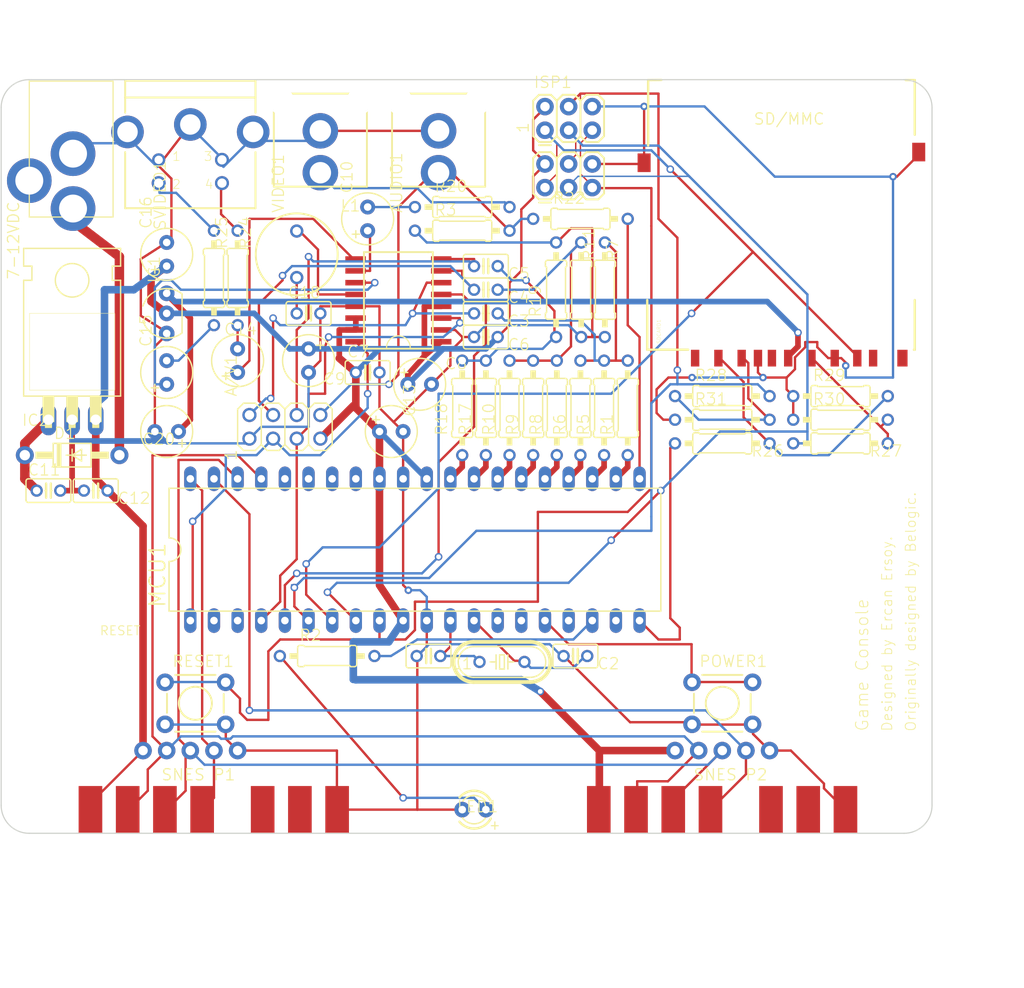
<source format=kicad_pcb>
(kicad_pcb (version 20171130) (host pcbnew 5.1.7-a382d34a8~87~ubuntu20.04.1)
  (layers (0 Top signal) (31 Bottom signal) (34 B.Paste user) (35 F.Paste user) (36 B.SilkS user) (37 F.SilkS user) (38 B.Mask user) (39 F.Mask user) (44 Edge.Cuts user))
  (net 0 "")
  (net 1 GND)
  (net 2 +5V)
  (net 3 +3V3)
  (net 4 /VIDEO_SYNC)
  (net 5 /BLUE)
  (net 6 "Net-(AD725-Pad10)")
  (net 7 /GREEN)
  (net 8 /VIDEO_CE)
  (net 9 "Net-(AD725-Pad9)")
  (net 10 /RED)
  (net 11 "Net-(AD725-Pad11)")
  (net 12 "Net-(AD725-Pad12)")
  (net 13 /VIDEO_CLK)
  (net 14 "Net-(C3-Pad1)")
  (net 15 /RED2)
  (net 16 /RED1)
  (net 17 /RED0)
  (net 18 "Net-(C4-Pad1)")
  (net 19 /GREEN2)
  (net 20 /GREEN1)
  (net 21 /GREEN0)
  (net 22 "Net-(C5-Pad1)")
  (net 23 /BLUE2)
  (net 24 /BLUE1)
  (net 25 /SNES_DATA1)
  (net 26 /SNES_DATA2)
  (net 27 /SNES_LATCH)
  (net 28 /SNES_CLK)
  (net 29 /SD_CE)
  (net 30 "Net-(C2-Pad1)")
  (net 31 "Net-(C1-Pad1)")
  (net 32 /RESET)
  (net 33 /SCK)
  (net 34 /MISO)
  (net 35 /MOSI)
  (net 36 "Net-(C18-Pad1)")
  (net 37 "Net-(R20-Pad2)")
  (net 38 "Net-(C10-Pad-)")
  (net 39 "Net-(D1-PadA)")
  (net 40 "Net-(U5-PadRING_SW)")
  (net 41 "Net-(C11-Pad1)")
  (net 42 "Net-(SNES_P2-PadP$13)")
  (net 43 "Net-(SNES_P2-PadP$12)")
  (net 44 "Net-(SNES_P1-PadP$13)")
  (net 45 "Net-(SNES_P1-PadP$12)")
  (net 46 /AUDIO)
  (net 47 /MOSI_3V3)
  (net 48 /SD_CE_3V3)
  (net 49 /SCK_3V3)
  (net 50 "Net-(LED1-PadA)")
  (net 51 "Net-(R24-Pad1)")
  (net 52 "Net-(R25-Pad1)")
  (net 53 "Net-(C14-Pad-)")
  (net 54 "Net-(C15-Pad-)")
  (net 55 "Net-(MCU1-Pad21)")
  (net 56 "Net-(MCU1-Pad18)")
  (net 57 "Net-(MCU1-Pad16)")
  (net 58 "Net-(SDCARD1-Pad9)")
  (net 59 "Net-(SDCARD1-PadWP)")
  (net 60 "Net-(SDCARD1-Pad8)")
  (net 61 "Net-(SDCARD1-PadCD)")
  (module "Uzebox Game Console F5:TACTILE-PTH" (layer Top) (at 175.9711 131.5336)
    (fp_text reference POWER1 (at -2.54 -3.81) (layer F.SilkS) (effects (font (size 1.2065 1.2065) (thickness 0.12065)) (justify left bottom)))
    (fp_text value USER hide)
    (pad 4 thru_hole circle (at 3.2512 2.2606) (size 1.8796 1.8796) (drill 1.016) (layers *.Cu *.Mask) (net 1 GND))
    (pad 3 thru_hole circle (at -3.2512 2.2606) (size 1.8796 1.8796) (drill 1.016) (layers *.Cu *.Mask) (net 1 GND))
    (pad 2 thru_hole circle (at 3.2512 -2.2606) (size 1.8796 1.8796) (drill 1.016) (layers *.Cu *.Mask) (net 57 "Net-(MCU1-Pad16)"))
    (pad 1 thru_hole circle (at -3.2512 -2.2606) (size 1.8796 1.8796) (drill 1.016) (layers *.Cu *.Mask) (net 57 "Net-(MCU1-Pad16)"))
  )
  (module "Uzebox Game Console F5:SO16W" (layer Top) (at 141.1731 88.2266 90)
    (fp_text reference AD725 hide)
    (fp_text value AD725)
    (pad 16 smd rect (at -4.445 -4.6 90) (size 0.6 2.2) (layers Top F.Paste F.Mask) (net 4 /VIDEO_SYNC))
    (pad 15 smd rect (at -3.175 -4.6 90) (size 0.6 2.2) (layers Top F.Paste F.Mask) (net 2 +5V))
    (pad 8 smd rect (at 4.445 4.6 90) (size 0.6 2.2) (layers Top F.Paste F.Mask) (net 5 /BLUE))
    (pad 10 smd rect (at 3.175 -4.6 90) (size 0.6 2.2) (layers Top F.Paste F.Mask) (net 6 "Net-(AD725-Pad10)"))
    (pad 7 smd rect (at 3.175 4.6 90) (size 0.6 2.2) (layers Top F.Paste F.Mask) (net 7 /GREEN))
    (pad 5 smd rect (at 0.635 4.6 90) (size 0.6 2.2) (layers Top F.Paste F.Mask) (net 8 /VIDEO_CE))
    (pad 9 smd rect (at 4.445 -4.6 90) (size 0.6 2.2) (layers Top F.Paste F.Mask) (net 9 "Net-(AD725-Pad9)"))
    (pad 6 smd rect (at 1.905 4.6 90) (size 0.6 2.2) (layers Top F.Paste F.Mask) (net 10 /RED))
    (pad 11 smd rect (at 1.905 -4.6 90) (size 0.6 2.2) (layers Top F.Paste F.Mask) (net 11 "Net-(AD725-Pad11)"))
    (pad 12 smd rect (at 0.635 -4.6 90) (size 0.6 2.2) (layers Top F.Paste F.Mask) (net 12 "Net-(AD725-Pad12)"))
    (pad 14 smd rect (at -1.905 -4.6 90) (size 0.6 2.2) (layers Top F.Paste F.Mask) (net 2 +5V))
    (pad 4 smd rect (at -0.635 4.6 90) (size 0.6 2.2) (layers Top F.Paste F.Mask) (net 2 +5V))
    (pad 3 smd rect (at -1.905 4.6 90) (size 0.6 2.2) (layers Top F.Paste F.Mask) (net 13 /VIDEO_CLK))
    (pad 1 smd rect (at -4.445 4.6 90) (size 0.6 2.2) (layers Top F.Paste F.Mask) (net 2 +5V))
    (pad 13 smd rect (at -0.635 -4.6 90) (size 0.6 2.2) (layers Top F.Paste F.Mask) (net 1 GND))
    (pad 2 smd rect (at -3.175 4.6 90) (size 0.6 2.2) (layers Top F.Paste F.Mask) (net 1 GND))
  )
  (module "Uzebox Game Console F5:0207_10" (layer Top) (at 160.7311 99.7836 90)
    (fp_text reference R6 (at -3.048 -1.524 90) (layer F.SilkS) (effects (font (size 1.2065 1.2065) (thickness 0.12065)) (justify left bottom)))
    (fp_text value 806)
    (pad 2 thru_hole circle (at 5.08 0 90) (size 1.3208 1.3208) (drill 0.8128) (layers *.Cu *.Mask) (net 14 "Net-(C3-Pad1)"))
    (pad 1 thru_hole circle (at -5.08 0 90) (size 1.3208 1.3208) (drill 0.8128) (layers *.Cu *.Mask) (net 15 /RED2))
  )
  (module "Uzebox Game Console F5:0207_10" (layer Top) (at 163.2711 99.7836 90)
    (fp_text reference R5 (at -3.048 -1.524 90) (layer F.SilkS) (effects (font (size 1.2065 1.2065) (thickness 0.12065)) (justify left bottom)))
    (fp_text value 1.58K)
    (pad 2 thru_hole circle (at 5.08 0 90) (size 1.3208 1.3208) (drill 0.8128) (layers *.Cu *.Mask) (net 14 "Net-(C3-Pad1)"))
    (pad 1 thru_hole circle (at -5.08 0 90) (size 1.3208 1.3208) (drill 0.8128) (layers *.Cu *.Mask) (net 16 /RED1))
  )
  (module "Uzebox Game Console F5:0207_10" (layer Top) (at 165.8111 99.7836 90)
    (fp_text reference R1 (at -3.048 -1.524 90) (layer F.SilkS) (effects (font (size 1.2065 1.2065) (thickness 0.12065)) (justify left bottom)))
    (fp_text value 3.16K)
    (pad 2 thru_hole circle (at 5.08 0 90) (size 1.3208 1.3208) (drill 0.8128) (layers *.Cu *.Mask) (net 14 "Net-(C3-Pad1)"))
    (pad 1 thru_hole circle (at -5.08 0 90) (size 1.3208 1.3208) (drill 0.8128) (layers *.Cu *.Mask) (net 17 /RED0))
  )
  (module "Uzebox Game Console F5:0207_10" (layer Top) (at 153.1111 99.7836 90)
    (fp_text reference R10 (at -3.048 -1.524 90) (layer F.SilkS) (effects (font (size 1.2065 1.2065) (thickness 0.12065)) (justify left bottom)))
    (fp_text value 806)
    (pad 2 thru_hole circle (at 5.08 0 90) (size 1.3208 1.3208) (drill 0.8128) (layers *.Cu *.Mask) (net 18 "Net-(C4-Pad1)"))
    (pad 1 thru_hole circle (at -5.08 0 90) (size 1.3208 1.3208) (drill 0.8128) (layers *.Cu *.Mask) (net 19 /GREEN2))
  )
  (module "Uzebox Game Console F5:0207_10" (layer Top) (at 155.6511 99.7836 90)
    (fp_text reference R9 (at -3.048 -1.524 90) (layer F.SilkS) (effects (font (size 1.2065 1.2065) (thickness 0.12065)) (justify left bottom)))
    (fp_text value 1.58k)
    (pad 2 thru_hole circle (at 5.08 0 90) (size 1.3208 1.3208) (drill 0.8128) (layers *.Cu *.Mask) (net 18 "Net-(C4-Pad1)"))
    (pad 1 thru_hole circle (at -5.08 0 90) (size 1.3208 1.3208) (drill 0.8128) (layers *.Cu *.Mask) (net 20 /GREEN1))
  )
  (module "Uzebox Game Console F5:0207_10" (layer Top) (at 158.1911 99.7836 90)
    (fp_text reference R8 (at -3.048 -1.524 90) (layer F.SilkS) (effects (font (size 1.2065 1.2065) (thickness 0.12065)) (justify left bottom)))
    (fp_text value 3.16k)
    (pad 2 thru_hole circle (at 5.08 0 90) (size 1.3208 1.3208) (drill 0.8128) (layers *.Cu *.Mask) (net 18 "Net-(C4-Pad1)"))
    (pad 1 thru_hole circle (at -5.08 0 90) (size 1.3208 1.3208) (drill 0.8128) (layers *.Cu *.Mask) (net 21 /GREEN0))
  )
  (module "Uzebox Game Console F5:0207_10" (layer Top) (at 148.0311 99.7836 90)
    (fp_text reference R18 (at -3.048 -1.524 90) (layer F.SilkS) (effects (font (size 1.2065 1.2065) (thickness 0.12065)) (justify left bottom)))
    (fp_text value 806)
    (pad 2 thru_hole circle (at 5.08 0 90) (size 1.3208 1.3208) (drill 0.8128) (layers *.Cu *.Mask) (net 22 "Net-(C5-Pad1)"))
    (pad 1 thru_hole circle (at -5.08 0 90) (size 1.3208 1.3208) (drill 0.8128) (layers *.Cu *.Mask) (net 23 /BLUE2))
  )
  (module "Uzebox Game Console F5:0207_10" (layer Top) (at 150.5711 99.7836 90)
    (fp_text reference R17 (at -3.048 -1.524 90) (layer F.SilkS) (effects (font (size 1.2065 1.2065) (thickness 0.12065)) (justify left bottom)))
    (fp_text value 1.58k)
    (pad 2 thru_hole circle (at 5.08 0 90) (size 1.3208 1.3208) (drill 0.8128) (layers *.Cu *.Mask) (net 22 "Net-(C5-Pad1)"))
    (pad 1 thru_hole circle (at -5.08 0 90) (size 1.3208 1.3208) (drill 0.8128) (layers *.Cu *.Mask) (net 24 /BLUE1))
  )
  (module "Uzebox Game Console F5:0207_10" (layer Top) (at 158.1111 87.0836 90)
    (fp_text reference R19 (at -3.048 -1.524 90) (layer F.SilkS) (effects (font (size 1.2065 1.2065) (thickness 0.12065)) (justify left bottom)))
    (fp_text value 75)
    (pad 2 thru_hole circle (at 5.08 0 90) (size 1.3208 1.3208) (drill 0.8128) (layers *.Cu *.Mask) (net 1 GND))
    (pad 1 thru_hole circle (at -5.08 0 90) (size 1.3208 1.3208) (drill 0.8128) (layers *.Cu *.Mask) (net 22 "Net-(C5-Pad1)"))
  )
  (module "Uzebox Game Console F5:0207_10" (layer Top) (at 160.8111 87.0836 270)
    (fp_text reference R11 (at -3.048 -1.524 90) (layer F.SilkS) (effects (font (size 1.2065 1.2065) (thickness 0.12065)) (justify left bottom)))
    (fp_text value 75)
    (pad 2 thru_hole circle (at 5.08 0 270) (size 1.3208 1.3208) (drill 0.8128) (layers *.Cu *.Mask) (net 1 GND))
    (pad 1 thru_hole circle (at -5.08 0 270) (size 1.3208 1.3208) (drill 0.8128) (layers *.Cu *.Mask) (net 18 "Net-(C4-Pad1)"))
  )
  (module "Uzebox Game Console F5:0207_10" (layer Top) (at 163.3511 87.0836 270)
    (fp_text reference R7 (at -3.048 -1.524 90) (layer F.SilkS) (effects (font (size 1.2065 1.2065) (thickness 0.12065)) (justify left bottom)))
    (fp_text value 75)
    (pad 2 thru_hole circle (at 5.08 0 270) (size 1.3208 1.3208) (drill 0.8128) (layers *.Cu *.Mask) (net 1 GND))
    (pad 1 thru_hole circle (at -5.08 0 270) (size 1.3208 1.3208) (drill 0.8128) (layers *.Cu *.Mask) (net 14 "Net-(C3-Pad1)"))
  )
  (module "Uzebox Game Console F5:DIL40" (layer Top) (at 142.9511 115.0236)
    (fp_text reference MCU1 (at -26.67 6.35 90) (layer F.SilkS) (effects (font (size 1.6891 1.6891) (thickness 0.16891)) (justify left bottom)))
    (fp_text value MEGA164P_324P_644P-PU)
    (pad 40 thru_hole oval (at -24.13 -7.62 90) (size 2.6416 1.3208) (drill 0.8128) (layers *.Cu *.Mask) (net 25 /SNES_DATA1))
    (pad 39 thru_hole oval (at -21.59 -7.62 90) (size 2.6416 1.3208) (drill 0.8128) (layers *.Cu *.Mask) (net 26 /SNES_DATA2))
    (pad 38 thru_hole oval (at -19.05 -7.62 90) (size 2.6416 1.3208) (drill 0.8128) (layers *.Cu *.Mask) (net 27 /SNES_LATCH))
    (pad 37 thru_hole oval (at -16.51 -7.62 90) (size 2.6416 1.3208) (drill 0.8128) (layers *.Cu *.Mask) (net 28 /SNES_CLK))
    (pad 36 thru_hole oval (at -13.97 -7.62 90) (size 2.6416 1.3208) (drill 0.8128) (layers *.Cu *.Mask))
    (pad 35 thru_hole oval (at -11.43 -7.62 90) (size 2.6416 1.3208) (drill 0.8128) (layers *.Cu *.Mask))
    (pad 34 thru_hole oval (at -8.89 -7.62 90) (size 2.6416 1.3208) (drill 0.8128) (layers *.Cu *.Mask))
    (pad 33 thru_hole oval (at -6.35 -7.62 90) (size 2.6416 1.3208) (drill 0.8128) (layers *.Cu *.Mask))
    (pad 32 thru_hole oval (at -3.81 -7.62 90) (size 2.6416 1.3208) (drill 0.8128) (layers *.Cu *.Mask) (net 2 +5V))
    (pad 31 thru_hole oval (at -1.27 -7.62 90) (size 2.6416 1.3208) (drill 0.8128) (layers *.Cu *.Mask) (net 1 GND))
    (pad 30 thru_hole oval (at 1.27 -7.62 90) (size 2.6416 1.3208) (drill 0.8128) (layers *.Cu *.Mask) (net 2 +5V))
    (pad 29 thru_hole oval (at 3.81 -7.62 90) (size 2.6416 1.3208) (drill 0.8128) (layers *.Cu *.Mask) (net 23 /BLUE2))
    (pad 28 thru_hole oval (at 6.35 -7.62 90) (size 2.6416 1.3208) (drill 0.8128) (layers *.Cu *.Mask) (net 24 /BLUE1))
    (pad 27 thru_hole oval (at 8.89 -7.62 90) (size 2.6416 1.3208) (drill 0.8128) (layers *.Cu *.Mask) (net 19 /GREEN2))
    (pad 26 thru_hole oval (at 11.43 -7.62 90) (size 2.6416 1.3208) (drill 0.8128) (layers *.Cu *.Mask) (net 20 /GREEN1))
    (pad 25 thru_hole oval (at 13.97 -7.62 90) (size 2.6416 1.3208) (drill 0.8128) (layers *.Cu *.Mask) (net 21 /GREEN0))
    (pad 24 thru_hole oval (at 16.51 -7.62 90) (size 2.6416 1.3208) (drill 0.8128) (layers *.Cu *.Mask) (net 15 /RED2))
    (pad 23 thru_hole oval (at 19.05 -7.62 90) (size 2.6416 1.3208) (drill 0.8128) (layers *.Cu *.Mask) (net 16 /RED1))
    (pad 22 thru_hole oval (at 21.59 -7.62 90) (size 2.6416 1.3208) (drill 0.8128) (layers *.Cu *.Mask) (net 17 /RED0))
    (pad 21 thru_hole oval (at 24.13 -7.62 90) (size 2.6416 1.3208) (drill 0.8128) (layers *.Cu *.Mask) (net 55 "Net-(MCU1-Pad21)"))
    (pad 20 thru_hole oval (at 24.13 7.62 90) (size 2.6416 1.3208) (drill 0.8128) (layers *.Cu *.Mask) (net 29 /SD_CE))
    (pad 19 thru_hole oval (at 21.59 7.62 90) (size 2.6416 1.3208) (drill 0.8128) (layers *.Cu *.Mask))
    (pad 18 thru_hole oval (at 19.05 7.62 90) (size 2.6416 1.3208) (drill 0.8128) (layers *.Cu *.Mask) (net 56 "Net-(MCU1-Pad18)"))
    (pad 17 thru_hole oval (at 16.51 7.62 90) (size 2.6416 1.3208) (drill 0.8128) (layers *.Cu *.Mask))
    (pad 16 thru_hole oval (at 13.97 7.62 90) (size 2.6416 1.3208) (drill 0.8128) (layers *.Cu *.Mask) (net 57 "Net-(MCU1-Pad16)"))
    (pad 15 thru_hole oval (at 11.43 7.62 90) (size 2.6416 1.3208) (drill 0.8128) (layers *.Cu *.Mask))
    (pad 14 thru_hole oval (at 8.89 7.62 90) (size 2.6416 1.3208) (drill 0.8128) (layers *.Cu *.Mask))
    (pad 13 thru_hole oval (at 6.35 7.62 90) (size 2.6416 1.3208) (drill 0.8128) (layers *.Cu *.Mask) (net 30 "Net-(C2-Pad1)"))
    (pad 12 thru_hole oval (at 3.81 7.62 90) (size 2.6416 1.3208) (drill 0.8128) (layers *.Cu *.Mask) (net 31 "Net-(C1-Pad1)"))
    (pad 11 thru_hole oval (at 1.27 7.62 90) (size 2.6416 1.3208) (drill 0.8128) (layers *.Cu *.Mask) (net 1 GND))
    (pad 10 thru_hole oval (at -1.27 7.62 90) (size 2.6416 1.3208) (drill 0.8128) (layers *.Cu *.Mask) (net 2 +5V))
    (pad 9 thru_hole oval (at -3.81 7.62 90) (size 2.6416 1.3208) (drill 0.8128) (layers *.Cu *.Mask) (net 32 /RESET))
    (pad 8 thru_hole oval (at -6.35 7.62 90) (size 2.6416 1.3208) (drill 0.8128) (layers *.Cu *.Mask) (net 33 /SCK))
    (pad 7 thru_hole oval (at -8.89 7.62 90) (size 2.6416 1.3208) (drill 0.8128) (layers *.Cu *.Mask) (net 34 /MISO))
    (pad 6 thru_hole oval (at -11.43 7.62 90) (size 2.6416 1.3208) (drill 0.8128) (layers *.Cu *.Mask) (net 35 /MOSI))
    (pad 5 thru_hole oval (at -13.97 7.62 90) (size 2.6416 1.3208) (drill 0.8128) (layers *.Cu *.Mask) (net 8 /VIDEO_CE))
    (pad 4 thru_hole oval (at -16.51 7.62 90) (size 2.6416 1.3208) (drill 0.8128) (layers *.Cu *.Mask) (net 13 /VIDEO_CLK))
    (pad 3 thru_hole oval (at -19.05 7.62 90) (size 2.6416 1.3208) (drill 0.8128) (layers *.Cu *.Mask))
    (pad 2 thru_hole oval (at -21.59 7.62 90) (size 2.6416 1.3208) (drill 0.8128) (layers *.Cu *.Mask))
    (pad 1 thru_hole oval (at -24.13 7.62 90) (size 2.6416 1.3208) (drill 0.8128) (layers *.Cu *.Mask) (net 4 /VIDEO_SYNC))
  )
  (module "Uzebox Game Console F5:E2,5-6" (layer Top) (at 131.5211 94.7036 270)
    (fp_text reference C9 (at 2.667 -1.524) (layer F.SilkS) (effects (font (size 1.2065 1.2065) (thickness 0.12065)) (justify left bottom)))
    (fp_text value 10uF)
    (pad + thru_hole circle (at -1.27 0 270) (size 1.6002 1.6002) (drill 0.8128) (layers *.Cu *.Mask) (net 2 +5V))
    (pad - thru_hole circle (at 1.27 0 270) (size 1.6002 1.6002) (drill 0.8128) (layers *.Cu *.Mask) (net 1 GND))
  )
  (module "Uzebox Game Console F5:C025-025X050" (layer Top) (at 150.5711 89.6236 180)
    (fp_text reference C3 (at -2.286 -1.524) (layer F.SilkS) (effects (font (size 1.2065 1.2065) (thickness 0.12065)) (justify left bottom)))
    (fp_text value 100nF)
    (pad 2 thru_hole circle (at 1.27 0 180) (size 1.3208 1.3208) (drill 0.8128) (layers *.Cu *.Mask) (net 10 /RED))
    (pad 1 thru_hole circle (at -1.27 0 180) (size 1.3208 1.3208) (drill 0.8128) (layers *.Cu *.Mask) (net 14 "Net-(C3-Pad1)"))
  )
  (module "Uzebox Game Console F5:C025-025X050" (layer Top) (at 150.5711 87.0836 180)
    (fp_text reference C4 (at -2.286 -1.524) (layer F.SilkS) (effects (font (size 1.2065 1.2065) (thickness 0.12065)) (justify left bottom)))
    (fp_text value 100nF)
    (pad 2 thru_hole circle (at 1.27 0 180) (size 1.3208 1.3208) (drill 0.8128) (layers *.Cu *.Mask) (net 7 /GREEN))
    (pad 1 thru_hole circle (at -1.27 0 180) (size 1.3208 1.3208) (drill 0.8128) (layers *.Cu *.Mask) (net 18 "Net-(C4-Pad1)"))
  )
  (module "Uzebox Game Console F5:C025-025X050" (layer Top) (at 150.5711 84.5436 180)
    (fp_text reference C5 (at -2.286 -1.524) (layer F.SilkS) (effects (font (size 1.2065 1.2065) (thickness 0.12065)) (justify left bottom)))
    (fp_text value 100nF)
    (pad 2 thru_hole circle (at 1.27 0 180) (size 1.3208 1.3208) (drill 0.8128) (layers *.Cu *.Mask) (net 5 /BLUE))
    (pad 1 thru_hole circle (at -1.27 0 180) (size 1.3208 1.3208) (drill 0.8128) (layers *.Cu *.Mask) (net 22 "Net-(C5-Pad1)"))
  )
  (module "Uzebox Game Console F5:C025-025X050" (layer Top) (at 137.8711 95.9736)
    (fp_text reference C7 (at -2.286 -1.524) (layer F.SilkS) (effects (font (size 1.2065 1.2065) (thickness 0.12065)) (justify left bottom)))
    (fp_text value 100nF)
    (pad 2 thru_hole circle (at 1.27 0) (size 1.3208 1.3208) (drill 0.8128) (layers *.Cu *.Mask) (net 1 GND))
    (pad 1 thru_hole circle (at -1.27 0) (size 1.3208 1.3208) (drill 0.8128) (layers *.Cu *.Mask) (net 2 +5V))
  )
  (module "Uzebox Game Console F5:C025-025X050" (layer Top) (at 150.5711 92.1636 180)
    (fp_text reference C6 (at -2.286 -1.524) (layer F.SilkS) (effects (font (size 1.2065 1.2065) (thickness 0.12065)) (justify left bottom)))
    (fp_text value 100nF)
    (pad 2 thru_hole circle (at 1.27 0 180) (size 1.3208 1.3208) (drill 0.8128) (layers *.Cu *.Mask) (net 1 GND))
    (pad 1 thru_hole circle (at -1.27 0 180) (size 1.3208 1.3208) (drill 0.8128) (layers *.Cu *.Mask) (net 2 +5V))
  )
  (module "Uzebox Game Console F5:E2,5-6" (layer Top) (at 143.4591 97.2436)
    (fp_text reference C8 (at 2.667 -1.524) (layer F.SilkS) (effects (font (size 1.2065 1.2065) (thickness 0.12065)) (justify left bottom)))
    (fp_text value 10uF)
    (pad + thru_hole circle (at -1.27 0) (size 1.6002 1.6002) (drill 0.8128) (layers *.Cu *.Mask) (net 2 +5V))
    (pad - thru_hole circle (at 1.27 0) (size 1.6002 1.6002) (drill 0.8128) (layers *.Cu *.Mask) (net 1 GND))
  )
  (module "Uzebox Game Console F5:C025-025X050" (layer Top) (at 131.5211 89.6236)
    (fp_text reference C18 (at -2.286 -1.524) (layer F.SilkS) (effects (font (size 1.2065 1.2065) (thickness 0.12065)) (justify left bottom)))
    (fp_text value 18pF)
    (pad 2 thru_hole circle (at 1.27 0) (size 1.3208 1.3208) (drill 0.8128) (layers *.Cu *.Mask) (net 1 GND))
    (pad 1 thru_hole circle (at -1.27 0) (size 1.3208 1.3208) (drill 0.8128) (layers *.Cu *.Mask) (net 36 "Net-(C18-Pad1)"))
  )
  (module "Uzebox Game Console F5:6000-XXXX-RC" (layer Top) (at 130.2511 83.2736 270)
    (fp_text reference L1 (at -4.5056 -4.6326) (layer F.SilkS) (effects (font (size 1.2065 1.2065) (thickness 0.12065)) (justify left bottom)))
    (fp_text value 68uH)
    (pad 2 thru_hole circle (at 2.5 0 270) (size 1.4224 1.4224) (drill 0.9) (layers *.Cu *.Mask) (net 36 "Net-(C18-Pad1)"))
    (pad 1 thru_hole circle (at -2.5 0 270) (size 1.4224 1.4224) (drill 0.9) (layers *.Cu *.Mask) (net 12 "Net-(AD725-Pad12)"))
  )
  (module "Uzebox Game Console F5:0207_10" (layer Top) (at 148.0311 78.1936)
    (fp_text reference R20 (at -3.048 -1.524) (layer F.SilkS) (effects (font (size 1.2065 1.2065) (thickness 0.12065)) (justify left bottom)))
    (fp_text value 75)
    (pad 2 thru_hole circle (at 5.08 0) (size 1.3208 1.3208) (drill 0.8128) (layers *.Cu *.Mask) (net 37 "Net-(R20-Pad2)"))
    (pad 1 thru_hole circle (at -5.08 0) (size 1.3208 1.3208) (drill 0.8128) (layers *.Cu *.Mask) (net 38 "Net-(C10-Pad-)"))
  )
  (module "Uzebox Game Console F5:PJ-102A" (layer Top) (at 106.1211 69.0656)
    (fp_text reference U5 hide)
    (fp_text value "DC IN" hide)
    (pad RING thru_hole circle (at 0.1 3.39 180) (size 4.8 4.8) (drill 3) (layers *.Cu *.Mask) (net 1 GND))
    (pad TIP thru_hole circle (at 0.1 9.29 180) (size 4.8 4.8) (drill 3) (layers *.Cu *.Mask) (net 39 "Net-(D1-PadA)"))
    (pad RING_SW thru_hole circle (at -4.6 6.29 180) (size 4.8 4.8) (drill 3) (layers *.Cu *.Mask) (net 40 "Net-(U5-PadRING_SW)"))
  )
  (module "Uzebox Game Console F5:DO41-10" (layer Top) (at 106.1211 104.8636)
    (fp_text reference D1 (at -2.032 -1.651) (layer F.SilkS) (effects (font (size 1.2065 1.2065) (thickness 0.12065)) (justify left bottom)))
    (fp_text value 1N4001)
    (pad C thru_hole circle (at -5.08 0) (size 1.9304 1.9304) (drill 1.1176) (layers *.Cu *.Mask) (net 41 "Net-(C11-Pad1)"))
    (pad A thru_hole circle (at 5.08 0) (size 1.9304 1.9304) (drill 1.1176) (layers *.Cu *.Mask) (net 39 "Net-(D1-PadA)"))
  )
  (module "Uzebox Game Console F5:HC49_S" (layer Top) (at 152.3011 127.0886 180)
    (fp_text reference XTAL1 hide)
    (fp_text value 28.63636Mhz)
    (pad 2 thru_hole circle (at 2.413 0 180) (size 1.3208 1.3208) (drill 0.8128) (layers *.Cu *.Mask) (net 31 "Net-(C1-Pad1)"))
    (pad 1 thru_hole circle (at -2.413 0 180) (size 1.3208 1.3208) (drill 0.8128) (layers *.Cu *.Mask) (net 30 "Net-(C2-Pad1)"))
  )
  (module "Uzebox Game Console F5:C025-025X050" (layer Top) (at 144.4111 126.4536 180)
    (fp_text reference C1 (at -2.286 -1.524) (layer F.SilkS) (effects (font (size 1.2065 1.2065) (thickness 0.12065)) (justify left bottom)))
    (fp_text value 18pF)
    (pad 2 thru_hole circle (at 1.27 0 180) (size 1.3208 1.3208) (drill 0.8128) (layers *.Cu *.Mask) (net 1 GND))
    (pad 1 thru_hole circle (at -1.27 0 180) (size 1.3208 1.3208) (drill 0.8128) (layers *.Cu *.Mask) (net 31 "Net-(C1-Pad1)"))
  )
  (module "Uzebox Game Console F5:C025-025X050" (layer Top) (at 160.1911 126.4536 180)
    (fp_text reference C2 (at -2.286 -1.524) (layer F.SilkS) (effects (font (size 1.2065 1.2065) (thickness 0.12065)) (justify left bottom)))
    (fp_text value 18pF)
    (pad 2 thru_hole circle (at 1.27 0 180) (size 1.3208 1.3208) (drill 0.8128) (layers *.Cu *.Mask) (net 1 GND))
    (pad 1 thru_hole circle (at -1.27 0 180) (size 1.3208 1.3208) (drill 0.8128) (layers *.Cu *.Mask) (net 30 "Net-(C2-Pad1)"))
  )
  (module "Uzebox Game Console F5:E2,5-6" (layer Top) (at 140.4111 102.3236)
    (fp_text reference C13 (at 2.667 -1.524 90) (layer F.SilkS) (effects (font (size 1.2065 1.2065) (thickness 0.12065)) (justify left bottom)))
    (fp_text value 10uF)
    (pad + thru_hole circle (at -1.27 0) (size 1.6002 1.6002) (drill 0.8128) (layers *.Cu *.Mask) (net 2 +5V))
    (pad - thru_hole circle (at 1.27 0) (size 1.6002 1.6002) (drill 0.8128) (layers *.Cu *.Mask) (net 1 GND))
  )
  (module "Uzebox Game Console F5:SNES_CONNECTOR" (layer Top) (at 174.7011 145.5036)
    (fp_text reference SNES_P2 hide)
    (fp_text value "SNES Player 2" hide)
    (pad P$14 smd rect (at 14.5 -2.54 90) (size 5.08 2.54) (layers Top F.Mask) (net 1 GND))
    (pad P$13 smd rect (at 10.5 -2.54 90) (size 5.08 2.54) (layers Top F.Mask) (net 42 "Net-(SNES_P2-PadP$13)"))
    (pad P$12 smd rect (at 6.5 -2.54 90) (size 5.08 2.54) (layers Top F.Mask) (net 43 "Net-(SNES_P2-PadP$12)"))
    (pad P$11 smd rect (at 0 -2.54 90) (size 5.08 2.54) (layers Top F.Mask) (net 26 /SNES_DATA2))
    (pad P$10 smd rect (at -4 -2.54 90) (size 5.08 2.54) (layers Top F.Mask) (net 27 /SNES_LATCH))
    (pad P$9 smd rect (at -8 -2.54 90) (size 5.08 2.54) (layers Top F.Mask) (net 28 /SNES_CLK))
    (pad P$8 smd rect (at -12 -2.54 90) (size 5.08 2.54) (layers Top F.Mask) (net 2 +5V))
  )
  (module "Uzebox Game Console F5:SNES_CONNECTOR" (layer Top) (at 120.0911 145.5036)
    (fp_text reference SNES_P1 hide)
    (fp_text value "SNES Player 1" hide)
    (pad P$14 smd rect (at 14.5 -2.54 90) (size 5.08 2.54) (layers Top F.Mask) (net 1 GND))
    (pad P$13 smd rect (at 10.5 -2.54 90) (size 5.08 2.54) (layers Top F.Mask) (net 44 "Net-(SNES_P1-PadP$13)"))
    (pad P$12 smd rect (at 6.5 -2.54 90) (size 5.08 2.54) (layers Top F.Mask) (net 45 "Net-(SNES_P1-PadP$12)"))
    (pad P$11 smd rect (at 0 -2.54 90) (size 5.08 2.54) (layers Top F.Mask) (net 25 /SNES_DATA1))
    (pad P$10 smd rect (at -4 -2.54 90) (size 5.08 2.54) (layers Top F.Mask) (net 27 /SNES_LATCH))
    (pad P$9 smd rect (at -8 -2.54 90) (size 5.08 2.54) (layers Top F.Mask) (net 28 /SNES_CLK))
    (pad P$8 smd rect (at -12 -2.54 90) (size 5.08 2.54) (layers Top F.Mask) (net 2 +5V))
  )
  (module "Uzebox Game Console F5:0207_10" (layer Top) (at 160.7311 79.4636)
    (fp_text reference R22 (at -3.048 -1.524) (layer F.SilkS) (effects (font (size 1.2065 1.2065) (thickness 0.12065)) (justify left bottom)))
    (fp_text value 3.16K)
    (pad 2 thru_hole circle (at 5.08 0) (size 1.3208 1.3208) (drill 0.8128) (layers *.Cu *.Mask) (net 55 "Net-(MCU1-Pad21)"))
    (pad 1 thru_hole circle (at -5.08 0) (size 1.3208 1.3208) (drill 0.8128) (layers *.Cu *.Mask) (net 46 /AUDIO))
  )
  (module "Uzebox Game Console F5:RCA" (layer Top) (at 145.4911 70.0036)
    (fp_text reference AUDIO1 (at -3.81 8.89 90) (layer F.SilkS) (effects (font (size 1.2065 1.2065) (thickness 0.12065)) (justify left bottom)))
    (fp_text value RCA hide)
    (pad "" np_thru_hole circle (at 4.175 -3.15) (size 2.8 2.8) (drill 2.8) (layers *.Cu *.Mask))
    (pad "" np_thru_hole circle (at -4.175 -3.15) (size 2.8 2.8) (drill 2.8) (layers *.Cu *.Mask))
    (pad GND thru_hole circle (at 0 0) (size 3.81 3.81) (drill 2.3) (layers *.Cu *.Mask) (net 1 GND))
    (pad SIG thru_hole circle (at 0 4.5) (size 3.81 3.81) (drill 2.3) (layers *.Cu *.Mask) (net 46 /AUDIO))
  )
  (module "Uzebox Game Console F5:2X3" (layer Top) (at 156.9211 69.9386)
    (fp_text reference ISP1 (at -1.27 -4.445) (layer F.SilkS) (effects (font (size 1.2065 1.2065) (thickness 0.12065)) (justify left bottom)))
    (fp_text value AVR_SPI_PRG_6PTH)
    (pad 6 thru_hole circle (at 5.08 -2.54) (size 1.8796 1.8796) (drill 1.016) (layers *.Cu *.Mask) (net 1 GND))
    (pad 5 thru_hole circle (at 5.08 0) (size 1.8796 1.8796) (drill 1.016) (layers *.Cu *.Mask) (net 32 /RESET))
    (pad 4 thru_hole circle (at 2.54 -2.54) (size 1.8796 1.8796) (drill 1.016) (layers *.Cu *.Mask) (net 35 /MOSI))
    (pad 3 thru_hole circle (at 2.54 0) (size 1.8796 1.8796) (drill 1.016) (layers *.Cu *.Mask) (net 33 /SCK))
    (pad 2 thru_hole circle (at 0 -2.54) (size 1.8796 1.8796) (drill 1.016) (layers *.Cu *.Mask) (net 2 +5V))
    (pad 1 thru_hole circle (at 0 0) (size 1.8796 1.8796) (drill 1.016) (layers *.Cu *.Mask) (net 34 /MISO))
  )
  (module "Uzebox Game Console F5:0207_10" (layer Top) (at 175.9711 98.5136)
    (fp_text reference R28 (at -3.048 -1.524) (layer F.SilkS) (effects (font (size 1.2065 1.2065) (thickness 0.12065)) (justify left bottom)))
    (fp_text value 301)
    (pad 2 thru_hole circle (at 5.08 0) (size 1.3208 1.3208) (drill 0.8128) (layers *.Cu *.Mask) (net 35 /MOSI))
    (pad 1 thru_hole circle (at -5.08 0) (size 1.3208 1.3208) (drill 0.8128) (layers *.Cu *.Mask) (net 47 /MOSI_3V3))
  )
  (module "Uzebox Game Console F5:0207_10" (layer Top) (at 175.9711 101.0536)
    (fp_text reference R31 (at -3.048 -1.524) (layer F.SilkS) (effects (font (size 1.2065 1.2065) (thickness 0.12065)) (justify left bottom)))
    (fp_text value 562)
    (pad 2 thru_hole circle (at 5.08 0) (size 1.3208 1.3208) (drill 0.8128) (layers *.Cu *.Mask) (net 47 /MOSI_3V3))
    (pad 1 thru_hole circle (at -5.08 0) (size 1.3208 1.3208) (drill 0.8128) (layers *.Cu *.Mask) (net 1 GND))
  )
  (module "Uzebox Game Console F5:0207_10" (layer Top) (at 175.9711 103.5936 180)
    (fp_text reference R26 (at -3.048 -1.524) (layer F.SilkS) (effects (font (size 1.2065 1.2065) (thickness 0.12065)) (justify left bottom)))
    (fp_text value 301)
    (pad 2 thru_hole circle (at 5.08 0 180) (size 1.3208 1.3208) (drill 0.8128) (layers *.Cu *.Mask) (net 29 /SD_CE))
    (pad 1 thru_hole circle (at -5.08 0 180) (size 1.3208 1.3208) (drill 0.8128) (layers *.Cu *.Mask) (net 48 /SD_CE_3V3))
  )
  (module "Uzebox Game Console F5:0207_10" (layer Top) (at 188.6711 98.5136)
    (fp_text reference R29 (at -3.048 -1.524) (layer F.SilkS) (effects (font (size 1.2065 1.2065) (thickness 0.12065)) (justify left bottom)))
    (fp_text value 562)
    (pad 2 thru_hole circle (at 5.08 0) (size 1.3208 1.3208) (drill 0.8128) (layers *.Cu *.Mask) (net 48 /SD_CE_3V3))
    (pad 1 thru_hole circle (at -5.08 0) (size 1.3208 1.3208) (drill 0.8128) (layers *.Cu *.Mask) (net 1 GND))
  )
  (module "Uzebox Game Console F5:0207_10" (layer Top) (at 188.6711 103.5936 180)
    (fp_text reference R27 (at -3.048 -1.524) (layer F.SilkS) (effects (font (size 1.2065 1.2065) (thickness 0.12065)) (justify left bottom)))
    (fp_text value 301)
    (pad 2 thru_hole circle (at 5.08 0 180) (size 1.3208 1.3208) (drill 0.8128) (layers *.Cu *.Mask) (net 33 /SCK))
    (pad 1 thru_hole circle (at -5.08 0 180) (size 1.3208 1.3208) (drill 0.8128) (layers *.Cu *.Mask) (net 49 /SCK_3V3))
  )
  (module "Uzebox Game Console F5:0207_10" (layer Top) (at 188.6711 101.0536)
    (fp_text reference R30 (at -3.048 -1.524) (layer F.SilkS) (effects (font (size 1.2065 1.2065) (thickness 0.12065)) (justify left bottom)))
    (fp_text value 562)
    (pad 2 thru_hole circle (at 5.08 0) (size 1.3208 1.3208) (drill 0.8128) (layers *.Cu *.Mask) (net 49 /SCK_3V3))
    (pad 1 thru_hole circle (at -5.08 0) (size 1.3208 1.3208) (drill 0.8128) (layers *.Cu *.Mask) (net 1 GND))
  )
  (module "Uzebox Game Console F5:RCA" (layer Top) (at 132.7911 70.0036)
    (fp_text reference VIDEO1 (at -3.81 8.89 90) (layer F.SilkS) (effects (font (size 1.2065 1.2065) (thickness 0.12065)) (justify left bottom)))
    (fp_text value RCA hide)
    (pad "" np_thru_hole circle (at 4.175 -3.15) (size 2.8 2.8) (drill 2.8) (layers *.Cu *.Mask))
    (pad "" np_thru_hole circle (at -4.175 -3.15) (size 2.8 2.8) (drill 2.8) (layers *.Cu *.Mask))
    (pad GND thru_hole circle (at 0 0) (size 3.81 3.81) (drill 2.3) (layers *.Cu *.Mask) (net 1 GND))
    (pad SIG thru_hole circle (at 0 4.5) (size 3.81 3.81) (drill 2.3) (layers *.Cu *.Mask) (net 37 "Net-(R20-Pad2)"))
  )
  (module "Uzebox Game Console F5:TACTILE-PTH" (layer Top) (at 119.3611 131.5336)
    (fp_text reference RESET1 (at -2.54 -3.81) (layer F.SilkS) (effects (font (size 1.2065 1.2065) (thickness 0.12065)) (justify left bottom)))
    (fp_text value RESET hide)
    (pad 4 thru_hole circle (at 3.2512 2.2606) (size 1.8796 1.8796) (drill 1.016) (layers *.Cu *.Mask) (net 1 GND))
    (pad 3 thru_hole circle (at -3.2512 2.2606) (size 1.8796 1.8796) (drill 1.016) (layers *.Cu *.Mask) (net 1 GND))
    (pad 2 thru_hole circle (at 3.2512 -2.2606) (size 1.8796 1.8796) (drill 1.016) (layers *.Cu *.Mask) (net 32 /RESET))
    (pad 1 thru_hole circle (at -3.2512 -2.2606) (size 1.8796 1.8796) (drill 1.016) (layers *.Cu *.Mask) (net 32 /RESET))
  )
  (module "Uzebox Game Console F5:LED3MM" (layer Top) (at 149.3011 142.9636 180)
    (fp_text reference LED1 (at 1.905 -0.381) (layer F.SilkS) (effects (font (size 1.2065 1.2065) (thickness 0.12065)) (justify left bottom)))
    (fp_text value P607-ND)
    (pad K thru_hole circle (at 1.27 0 180) (size 1.6764 1.6764) (drill 0.8128) (layers *.Cu *.Mask) (net 1 GND))
    (pad A thru_hole circle (at -1.27 0 180) (size 1.6764 1.6764) (drill 0.8128) (layers *.Cu *.Mask) (net 50 "Net-(LED1-PadA)"))
  )
  (module "Uzebox Game Console F5:0207_10" (layer Top) (at 133.5211 126.4536)
    (fp_text reference R2 (at -3.048 -1.524) (layer F.SilkS) (effects (font (size 1.2065 1.2065) (thickness 0.12065)) (justify left bottom)))
    (fp_text value 301)
    (pad 2 thru_hole circle (at 5.08 0) (size 1.3208 1.3208) (drill 0.8128) (layers *.Cu *.Mask) (net 56 "Net-(MCU1-Pad18)"))
    (pad 1 thru_hole circle (at -5.08 0) (size 1.3208 1.3208) (drill 0.8128) (layers *.Cu *.Mask) (net 50 "Net-(LED1-PadA)"))
  )
  (module "Uzebox Game Console F5:MINIDIN4" (layer Top) (at 118.8211 69.3196)
    (fp_text reference SVIDEO1 (at -2.54 11.43 90) (layer F.SilkS) (effects (font (size 1.2065 1.2065) (thickness 0.12065)) (justify left bottom)))
    (fp_text value "S-VIDEO OUT" hide)
    (fp_text user 4 (at 1.5 7) (layer F.SilkS) (effects (font (size 0.9652 0.9652) (thickness 0.08128)) (justify left bottom)))
    (fp_text user 3 (at 1.4 4) (layer F.SilkS) (effects (font (size 0.9652 0.9652) (thickness 0.08128)) (justify left bottom)))
    (fp_text user 2 (at -2 7) (layer F.SilkS) (effects (font (size 0.9652 0.9652) (thickness 0.08128)) (justify left bottom)))
    (fp_text user 1 (at -2 4) (layer F.SilkS) (effects (font (size 0.9652 0.9652) (thickness 0.08128)) (justify left bottom)))
    (pad GND3 thru_hole circle (at 6.75 0.8) (size 3.5 3.5) (drill 2.2) (layers *.Cu *.Mask) (net 1 GND))
    (pad GND1 thru_hole circle (at -6.75 0.8) (size 3.5 3.5) (drill 2.2) (layers *.Cu *.Mask) (net 1 GND))
    (pad GND2 thru_hole circle (at 0 0) (size 3.5 3.5) (drill 2.2) (layers *.Cu *.Mask) (net 1 GND))
    (pad 4 thru_hole circle (at 3.4 6.3) (size 1.508 1.508) (drill 1) (layers *.Cu *.Mask) (net 51 "Net-(R24-Pad1)"))
    (pad 3 thru_hole circle (at -3.4 6.3) (size 1.508 1.508) (drill 1) (layers *.Cu *.Mask) (net 52 "Net-(R25-Pad1)"))
    (pad 2 thru_hole circle (at 3.4 3.8) (size 1.508 1.508) (drill 1) (layers *.Cu *.Mask) (net 1 GND))
    (pad 1 thru_hole circle (at -3.4 3.8) (size 1.408 1.408) (drill 0.9) (layers *.Cu *.Mask) (net 1 GND))
  )
  (module "Uzebox Game Console F5:0207_10" (layer Top) (at 123.9011 85.8136 270)
    (fp_text reference R24 (at -3.048 -1.524 90) (layer F.SilkS) (effects (font (size 1.2065 1.2065) (thickness 0.12065)) (justify left bottom)))
    (fp_text value 75)
    (pad 2 thru_hole circle (at 5.08 0 270) (size 1.3208 1.3208) (drill 0.8128) (layers *.Cu *.Mask) (net 53 "Net-(C14-Pad-)"))
    (pad 1 thru_hole circle (at -5.08 0 270) (size 1.3208 1.3208) (drill 0.8128) (layers *.Cu *.Mask) (net 51 "Net-(R24-Pad1)"))
  )
  (module "Uzebox Game Console F5:0207_10" (layer Top) (at 121.3611 85.8136 270)
    (fp_text reference R25 (at -3.048 -1.524 90) (layer F.SilkS) (effects (font (size 1.2065 1.2065) (thickness 0.12065)) (justify left bottom)))
    (fp_text value 75)
    (pad 2 thru_hole circle (at 5.08 0 270) (size 1.3208 1.3208) (drill 0.8128) (layers *.Cu *.Mask) (net 54 "Net-(C15-Pad-)"))
    (pad 1 thru_hole circle (at -5.08 0 270) (size 1.3208 1.3208) (drill 0.8128) (layers *.Cu *.Mask) (net 52 "Net-(R25-Pad1)"))
  )
  (module "Uzebox Game Console F5:0207_10" (layer Top) (at 148.0311 80.7336)
    (fp_text reference R3 (at -3.048 -1.524) (layer F.SilkS) (effects (font (size 1.2065 1.2065) (thickness 0.12065)) (justify left bottom)))
    (fp_text value 806)
    (pad 2 thru_hole circle (at 5.08 0) (size 1.3208 1.3208) (drill 0.8128) (layers *.Cu *.Mask) (net 46 /AUDIO))
    (pad 1 thru_hole circle (at -5.08 0) (size 1.3208 1.3208) (drill 0.8128) (layers *.Cu *.Mask) (net 1 GND))
  )
  (module "Uzebox Game Console F5:C025-025X050" (layer Top) (at 103.5811 108.6736)
    (fp_text reference C11 (at -2.286 -1.524) (layer F.SilkS) (effects (font (size 1.2065 1.2065) (thickness 0.12065)) (justify left bottom)))
    (fp_text value 330nF)
    (pad 2 thru_hole circle (at 1.27 0) (size 1.3208 1.3208) (drill 0.8128) (layers *.Cu *.Mask) (net 1 GND))
    (pad 1 thru_hole circle (at -1.27 0) (size 1.3208 1.3208) (drill 0.8128) (layers *.Cu *.Mask) (net 41 "Net-(C11-Pad1)"))
  )
  (module "Uzebox Game Console F5:C025-025X050" (layer Top) (at 108.6611 108.6736 180)
    (fp_text reference C12 (at -2.286 -1.524) (layer F.SilkS) (effects (font (size 1.2065 1.2065) (thickness 0.12065)) (justify left bottom)))
    (fp_text value 100nF)
    (pad 2 thru_hole circle (at 1.27 0 180) (size 1.3208 1.3208) (drill 0.8128) (layers *.Cu *.Mask) (net 1 GND))
    (pad 1 thru_hole circle (at -1.27 0 180) (size 1.3208 1.3208) (drill 0.8128) (layers *.Cu *.Mask) (net 2 +5V))
  )
  (module "Uzebox Game Console F5:E2,5-6" (layer Top) (at 123.9011 94.7036 90)
    (fp_text reference C14 (at 2.667 -1.524) (layer F.SilkS) (effects (font (size 1.2065 1.2065) (thickness 0.12065)) (justify left bottom)))
    (fp_text value 220uF)
    (pad + thru_hole circle (at -1.27 0 90) (size 1.6002 1.6002) (drill 0.8128) (layers *.Cu *.Mask) (net 9 "Net-(AD725-Pad9)"))
    (pad - thru_hole circle (at 1.27 0 90) (size 1.6002 1.6002) (drill 0.8128) (layers *.Cu *.Mask) (net 53 "Net-(C14-Pad-)"))
  )
  (module "Uzebox Game Console F5:E2,5-6" (layer Top) (at 137.8711 79.4636 90)
    (fp_text reference C10 (at 2.667 -1.524 90) (layer F.SilkS) (effects (font (size 1.2065 1.2065) (thickness 0.12065)) (justify left bottom)))
    (fp_text value 220uF)
    (pad + thru_hole circle (at -1.27 0 90) (size 1.6002 1.6002) (drill 0.8128) (layers *.Cu *.Mask) (net 6 "Net-(AD725-Pad10)"))
    (pad - thru_hole circle (at 1.27 0 90) (size 1.6002 1.6002) (drill 0.8128) (layers *.Cu *.Mask) (net 38 "Net-(C10-Pad-)"))
  )
  (module "Uzebox Game Console F5:E2,5-6" (layer Top) (at 116.2811 95.9736 90)
    (fp_text reference C15 (at 2.667 -1.524 90) (layer F.SilkS) (effects (font (size 1.2065 1.2065) (thickness 0.12065)) (justify left bottom)))
    (fp_text value 220uF)
    (pad + thru_hole circle (at -1.27 0 90) (size 1.6002 1.6002) (drill 0.8128) (layers *.Cu *.Mask) (net 11 "Net-(AD725-Pad11)"))
    (pad - thru_hole circle (at 1.27 0 90) (size 1.6002 1.6002) (drill 0.8128) (layers *.Cu *.Mask) (net 54 "Net-(C15-Pad-)"))
  )
  (module "Uzebox Game Console F5:TO92-INLINE" (layer Top) (at 116.2811 89.6236 90)
    (fp_text reference IC1 (at 3.175 -0.635 90) (layer F.SilkS) (effects (font (size 1.2065 1.2065) (thickness 0.12065)) (justify left bottom)))
    (fp_text value MCP1700)
    (pad 3 thru_hole circle (at 2.159 0 90) (size 1.6764 1.6764) (drill 0.8128) (layers *.Cu *.Mask) (net 3 +3V3))
    (pad 2 thru_hole circle (at 0 0 90) (size 1.6764 1.6764) (drill 0.8128) (layers *.Cu *.Mask) (net 2 +5V))
    (pad 1 thru_hole circle (at -2.159 0 90) (size 1.6764 1.6764) (drill 0.8128) (layers *.Cu *.Mask) (net 1 GND))
  )
  (module "Uzebox Game Console F5:TO220H" (layer Top) (at 106.1211 90.8936)
    (fp_text reference IC2 (at -5.461 10.922) (layer F.SilkS) (effects (font (size 1.2065 1.2065) (thickness 0.12065)) (justify left bottom)))
    (fp_text value 78T)
    (pad "" np_thru_hole circle (at 0 -4.826) (size 3.302 3.302) (drill 3.302) (layers *.Cu *.Mask))
    (pad 3 thru_hole oval (at 2.54 10.16 90) (size 3.3528 1.6764) (drill 1.1176) (layers *.Cu *.Mask) (net 2 +5V))
    (pad 2 thru_hole oval (at 0 10.16 90) (size 3.3528 1.6764) (drill 1.1176) (layers *.Cu *.Mask) (net 1 GND))
    (pad 1 thru_hole oval (at -2.54 10.16 90) (size 3.3528 1.6764) (drill 1.1176) (layers *.Cu *.Mask) (net 41 "Net-(C11-Pad1)"))
  )
  (module "Uzebox Game Console F5:E2,5-6" (layer Top) (at 116.2811 83.2736 90)
    (fp_text reference C16 (at 2.667 -1.524 90) (layer F.SilkS) (effects (font (size 1.2065 1.2065) (thickness 0.12065)) (justify left bottom)))
    (fp_text value 1uF)
    (pad + thru_hole circle (at -1.27 0 90) (size 1.6002 1.6002) (drill 0.8128) (layers *.Cu *.Mask) (net 2 +5V))
    (pad - thru_hole circle (at 1.27 0 90) (size 1.6002 1.6002) (drill 0.8128) (layers *.Cu *.Mask) (net 1 GND))
  )
  (module "Uzebox Game Console F5:E2,5-6" (layer Top) (at 116.2811 102.3236 180)
    (fp_text reference C20 (at 2.667 -1.524) (layer F.SilkS) (effects (font (size 1.2065 1.2065) (thickness 0.12065)) (justify left bottom)))
    (fp_text value 1uF)
    (pad + thru_hole circle (at -1.27 0 180) (size 1.6002 1.6002) (drill 0.8128) (layers *.Cu *.Mask) (net 3 +3V3))
    (pad - thru_hole circle (at 1.27 0 180) (size 1.6002 1.6002) (drill 0.8128) (layers *.Cu *.Mask) (net 1 GND))
  )
  (module "Uzebox Game Console F5:1X05" (layer Top) (at 113.7411 136.6136)
    (fp_text reference JP4 hide)
    (fp_text value M05PTH)
    (pad 5 thru_hole circle (at 10.16 0 90) (size 1.8796 1.8796) (drill 1.016) (layers *.Cu *.Mask) (net 1 GND))
    (pad 4 thru_hole circle (at 7.62 0 90) (size 1.8796 1.8796) (drill 1.016) (layers *.Cu *.Mask) (net 25 /SNES_DATA1))
    (pad 3 thru_hole circle (at 5.08 0 90) (size 1.8796 1.8796) (drill 1.016) (layers *.Cu *.Mask) (net 27 /SNES_LATCH))
    (pad 2 thru_hole circle (at 2.54 0 90) (size 1.8796 1.8796) (drill 1.016) (layers *.Cu *.Mask) (net 28 /SNES_CLK))
    (pad 1 thru_hole circle (at 0 0 90) (size 1.8796 1.8796) (drill 1.016) (layers *.Cu *.Mask) (net 2 +5V))
  )
  (module "Uzebox Game Console F5:1X05" (layer Top) (at 170.8911 136.6136)
    (fp_text reference JP5 hide)
    (fp_text value M05PTH)
    (pad 5 thru_hole circle (at 10.16 0 90) (size 1.8796 1.8796) (drill 1.016) (layers *.Cu *.Mask) (net 1 GND))
    (pad 4 thru_hole circle (at 7.62 0 90) (size 1.8796 1.8796) (drill 1.016) (layers *.Cu *.Mask) (net 26 /SNES_DATA2))
    (pad 3 thru_hole circle (at 5.08 0 90) (size 1.8796 1.8796) (drill 1.016) (layers *.Cu *.Mask) (net 27 /SNES_LATCH))
    (pad 2 thru_hole circle (at 2.54 0 90) (size 1.8796 1.8796) (drill 1.016) (layers *.Cu *.Mask) (net 28 /SNES_CLK))
    (pad 1 thru_hole circle (at 0 0 90) (size 1.8796 1.8796) (drill 1.016) (layers *.Cu *.Mask) (net 2 +5V))
  )
  (module "Uzebox Game Console F5:2X04" (layer Top) (at 128.9811 101.8156)
    (fp_text reference A/V1 (at -5.08 -3.175 90) (layer F.SilkS) (effects (font (size 1.2065 1.2065) (thickness 0.12065)) (justify left bottom)))
    (fp_text value PINHD-2X4)
    (pad 8 thru_hole circle (at 3.81 -1.27) (size 1.524 1.524) (drill 1.016) (layers *.Cu *.Mask) (net 46 /AUDIO))
    (pad 7 thru_hole circle (at 3.81 1.27) (size 1.524 1.524) (drill 1.016) (layers *.Cu *.Mask) (net 2 +5V))
    (pad 6 thru_hole circle (at 1.27 -1.27) (size 1.524 1.524) (drill 1.016) (layers *.Cu *.Mask) (net 5 /BLUE))
    (pad 5 thru_hole circle (at 1.27 1.27) (size 1.524 1.524) (drill 1.016) (layers *.Cu *.Mask) (net 13 /VIDEO_CLK))
    (pad 4 thru_hole circle (at -1.27 -1.27) (size 1.524 1.524) (drill 1.016) (layers *.Cu *.Mask) (net 7 /GREEN))
    (pad 3 thru_hole circle (at -1.27 1.27) (size 1.524 1.524) (drill 1.016) (layers *.Cu *.Mask) (net 4 /VIDEO_SYNC))
    (pad 2 thru_hole circle (at -3.81 -1.27) (size 1.524 1.524) (drill 1.016) (layers *.Cu *.Mask) (net 10 /RED))
    (pad 1 thru_hole circle (at -3.81 1.27) (size 1.524 1.524) (drill 1.016) (layers *.Cu *.Mask) (net 1 GND))
  )
  (module "Uzebox Game Console F5:SDCARD_4UCONN" (layer Top) (at 182.3211 93.4336 90)
    (fp_text reference SDCARD1 (at 0.54 -12.94 90) (layer F.SilkS) (effects (font (size 0.38608 0.38608) (thickness 0.032512)) (justify left bottom)))
    (fp_text value SD_CARD_SOCKET4UCON)
    (pad "" np_thru_hole circle (at 23.3 12.32 90) (size 1.55 1.55) (drill 1.55) (layers *.Cu *.Mask))
    (pad "" np_thru_hole circle (at 23.3 -11.94 90) (size 1.55 1.55) (drill 1.55) (layers *.Cu *.Mask))
    (pad 9 smd rect (at -1 -9.27 90) (size 1.8 0.9) (layers Top F.Paste F.Mask) (net 58 "Net-(SDCARD1-Pad9)"))
    (pad WP smd rect (at -1 13 90) (size 1.8 1.1) (layers Top F.Paste F.Mask) (net 59 "Net-(SDCARD1-PadWP)"))
    (pad SH@2 smd rect (at 21.15 14.75 90) (size 2 1.4) (layers Top F.Paste F.Mask) (net 1 GND))
    (pad SH@1 smd rect (at 20 -14.75 90) (size 2 1.4) (layers Top F.Paste F.Mask) (net 1 GND))
    (pad 8 smd rect (at -1 9.85 90) (size 1.8 0.9) (layers Top F.Paste F.Mask) (net 60 "Net-(SDCARD1-Pad8)"))
    (pad 7 smd rect (at -1 8.15 90) (size 1.8 0.9) (layers Top F.Paste F.Mask) (net 34 /MISO))
    (pad 6 smd rect (at -1 5.73 90) (size 1.8 0.9) (layers Top F.Paste F.Mask) (net 1 GND))
    (pad 5 smd rect (at -1 3.23 90) (size 1.8 0.9) (layers Top F.Paste F.Mask) (net 49 /SCK_3V3))
    (pad 4 smd rect (at -1 0.73 90) (size 1.8 0.9) (layers Top F.Paste F.Mask) (net 3 +3V3))
    (pad CD smd rect (at -1 -1.02 90) (size 1.8 0.9) (layers Top F.Paste F.Mask) (net 61 "Net-(SDCARD1-PadCD)"))
    (pad 3 smd rect (at -1 -2.52 90) (size 1.8 0.9) (layers Top F.Paste F.Mask) (net 1 GND))
    (pad 2 smd rect (at -1 -4.27 90) (size 1.8 0.9) (layers Top F.Paste F.Mask) (net 47 /MOSI_3V3))
    (pad 1 smd rect (at -1 -6.77 90) (size 1.8 0.9) (layers Top F.Paste F.Mask) (net 48 /SD_CE_3V3))
  )
  (module "Uzebox Game Console F5:2X3" (layer Top) (at 156.9211 76.1036)
    (fp_text reference ISP-90DEG1 hide)
    (fp_text value "(optional)")
    (pad 6 thru_hole circle (at 5.08 -2.54) (size 1.8796 1.8796) (drill 1.016) (layers *.Cu *.Mask) (net 1 GND))
    (pad 5 thru_hole circle (at 5.08 0) (size 1.8796 1.8796) (drill 1.016) (layers *.Cu *.Mask) (net 32 /RESET))
    (pad 4 thru_hole circle (at 2.54 -2.54) (size 1.8796 1.8796) (drill 1.016) (layers *.Cu *.Mask) (net 35 /MOSI))
    (pad 3 thru_hole circle (at 2.54 0) (size 1.8796 1.8796) (drill 1.016) (layers *.Cu *.Mask) (net 33 /SCK))
    (pad 2 thru_hole circle (at 0 -2.54) (size 1.8796 1.8796) (drill 1.016) (layers *.Cu *.Mask) (net 2 +5V))
    (pad 1 thru_hole circle (at 0 0) (size 1.8796 1.8796) (drill 1.016) (layers *.Cu *.Mask) (net 34 /MISO))
  )
  (gr_text "Originally designed by Belogic." (at 196.85 134.62 90) (layer F.SilkS) (effects (font (size 1.08585 1.08585) (thickness 0.09144)) (justify left bottom)))
  (gr_arc (start 101.5011 142.5036) (end 101.5011 145.5036) (angle 90) (layer Edge.Cuts) (width 0.127))
  (gr_line (start 98.5011 142.5036) (end 98.5011 67.5036) (layer Edge.Cuts) (width 0.127))
  (gr_arc (start 101.5011 67.5036) (end 98.5011 67.5036) (angle 90) (layer Edge.Cuts) (width 0.127))
  (gr_line (start 101.5011 64.5036) (end 195.5011 64.5036) (layer Edge.Cuts) (width 0.127))
  (gr_arc (start 195.5011 67.5036) (end 195.5011 64.5036) (angle 90) (layer Edge.Cuts) (width 0.127))
  (gr_line (start 198.5011 67.5036) (end 198.5011 142.5036) (layer Edge.Cuts) (width 0.127))
  (gr_arc (start 195.5011 142.5036) (end 198.5011 142.5036) (angle 90) (layer Edge.Cuts) (width 0.127))
  (gr_line (start 195.5011 145.5036) (end 101.5011 145.5036) (layer Edge.Cuts) (width 0.127))
  (gr_text 7-12VDC (at 100.5331 86.0676 90) (layer F.SilkS) (effects (font (size 1.2065 1.2065) (thickness 0.127)) (justify left bottom)))
  (gr_text "Game Console" (at 191.77 134.62 90) (layer F.SilkS) (effects (font (size 1.32715 1.32715) (thickness 0.09779)) (justify left bottom)))
  (gr_text 1 (at 123.9011 105.4986 90) (layer F.SilkS) (effects (font (size 1.2065 1.2065) (thickness 0.127)) (justify left bottom)))
  (gr_text SD/MMC (at 179.2731 69.4306) (layer F.SilkS) (effects (font (size 1.2065 1.2065) (thickness 0.127)) (justify left bottom)))
  (gr_text RESET (at 109.0421 124.2946) (layer F.SilkS) (effects (font (size 0.9652 0.9652) (thickness 0.1016)) (justify left bottom)))
  (gr_text "SNES P1" (at 115.6461 139.9156) (layer F.SilkS) (effects (font (size 1.2065 1.2065) (thickness 0.127)) (justify left bottom)))
  (gr_text "SNES P2" (at 172.7961 139.9156) (layer F.SilkS) (effects (font (size 1.2065 1.2065) (thickness 0.127)) (justify left bottom)))
  (gr_text 1 (at 123.9011 105.4986 90) (layer F.SilkS) (effects (font (size 1.2065 1.2065) (thickness 0.127)) (justify left bottom)))
  (gr_text 1 (at 155.2701 70.3196 90) (layer F.SilkS) (effects (font (size 1.2065 1.2065) (thickness 0.127)) (justify left bottom)))
  (gr_text "Designed by Ercan Ersoy." (at 194.31 134.62 90) (layer F.SilkS) (effects (font (size 1.08585 1.08585) (thickness 0.09144)) (justify left bottom)))
  (segment (start 159.2071 122.3896) (end 159.4611 122.6436) (width 0.254) (layer Top) (net 0))
  (segment (start 136.5731 88.8616) (end 132.7911 88.8616) (width 0.254) (layer Top) (net 1))
  (segment (start 132.7911 88.8616) (end 132.7911 89.6236) (width 0.254) (layer Top) (net 1))
  (segment (start 132.7911 94.7036) (end 131.5211 95.9736) (width 0.254) (layer Top) (net 1))
  (segment (start 132.7911 89.6236) (end 132.7911 94.7036) (width 0.254) (layer Top) (net 1))
  (segment (start 141.6811 102.3236) (end 141.6811 107.4036) (width 0.254) (layer Top) (net 1))
  (segment (start 139.1411 99.7836) (end 139.1411 95.9736) (width 0.254) (layer Top) (net 1))
  (segment (start 140.6651 101.3076) (end 141.6811 102.3236) (width 0.254) (layer Top) (net 1))
  (segment (start 140.6651 101.3076) (end 139.1411 99.7836) (width 0.254) (layer Top) (net 1))
  (segment (start 144.7291 97.2436) (end 140.6651 101.3076) (width 0.254) (layer Top) (net 1))
  (segment (start 139.1411 88.8616) (end 136.5731 88.8616) (width 0.254) (layer Top) (net 1))
  (segment (start 139.1411 95.9736) (end 139.1411 88.8616) (width 0.254) (layer Top) (net 1))
  (segment (start 144.2211 82.0036) (end 142.9511 80.7336) (width 0.254) (layer Bottom) (net 1))
  (segment (start 158.1111 82.0036) (end 144.2211 82.0036) (width 0.254) (layer Bottom) (net 1))
  (segment (start 163.3511 92.1636) (end 162.0011 92.1636) (width 0.254) (layer Top) (net 1))
  (segment (start 162.0011 92.1636) (end 160.8111 92.1636) (width 0.254) (layer Top) (net 1))
  (segment (start 147.2691 91.4016) (end 145.7731 91.4016) (width 0.254) (layer Top) (net 1))
  (segment (start 148.0311 92.1636) (end 147.2691 91.4016) (width 0.254) (layer Top) (net 1))
  (segment (start 149.3011 92.1636) (end 148.0311 92.1636) (width 0.254) (layer Top) (net 1))
  (segment (start 160.7311 92.1636) (end 159.4611 90.8936) (width 0.254) (layer Bottom) (net 1))
  (segment (start 159.4611 90.8936) (end 150.5711 90.8936) (width 0.254) (layer Bottom) (net 1))
  (segment (start 150.5711 90.8936) (end 149.3011 92.1636) (width 0.254) (layer Bottom) (net 1))
  (segment (start 160.8111 92.1636) (end 160.7311 92.1636) (width 0.254) (layer Bottom) (net 1))
  (segment (start 159.7151 80.4796) (end 158.1911 82.0036) (width 0.254) (layer Top) (net 1))
  (segment (start 162.0011 80.4796) (end 159.7151 80.4796) (width 0.254) (layer Top) (net 1))
  (segment (start 162.0011 92.1636) (end 162.0011 80.4796) (width 0.254) (layer Top) (net 1))
  (segment (start 158.1911 82.0036) (end 158.1111 82.0036) (width 0.254) (layer Top) (net 1))
  (segment (start 146.7611 95.2116) (end 144.7291 97.2436) (width 0.254) (layer Top) (net 1))
  (segment (start 146.7611 93.6876) (end 146.7611 95.2116) (width 0.254) (layer Top) (net 1))
  (segment (start 148.0311 92.4176) (end 146.7611 93.6876) (width 0.254) (layer Top) (net 1))
  (segment (start 148.0311 92.1636) (end 148.0311 92.4176) (width 0.254) (layer Top) (net 1))
  (segment (start 106.1211 108.6736) (end 107.3911 108.6736) (width 0.6096) (layer Top) (net 1))
  (segment (start 106.1211 108.6736) (end 104.8511 108.6736) (width 0.6096) (layer Top) (net 1))
  (segment (start 106.1211 101.0536) (end 106.1211 108.6736) (width 0.6096) (layer Top) (net 1))
  (segment (start 116.2811 103.5936) (end 116.0271 103.3396) (width 0.254) (layer Bottom) (net 1))
  (segment (start 116.0271 103.3396) (end 115.0111 102.3236) (width 0.6096) (layer Bottom) (net 1))
  (segment (start 115.0111 93.1796) (end 116.2811 91.9096) (width 0.254) (layer Top) (net 1))
  (segment (start 115.0111 102.3236) (end 115.0111 93.1796) (width 0.254) (layer Top) (net 1))
  (segment (start 116.2811 91.9096) (end 116.2811 91.7826) (width 0.254) (layer Top) (net 1))
  (segment (start 106.1211 103.3396) (end 106.1211 101.0536) (width 0.254) (layer Bottom) (net 1))
  (segment (start 116.0271 103.3396) (end 106.1211 103.3396) (width 0.6096) (layer Bottom) (net 1))
  (segment (start 122.3771 73.8756) (end 124.9171 71.3356) (width 0.254) (layer Bottom) (net 1))
  (segment (start 124.9171 71.3356) (end 125.4251 71.3356) (width 0.254) (layer Bottom) (net 1))
  (segment (start 122.2211 73.1196) (end 122.3771 73.8756) (width 0.254) (layer Bottom) (net 1))
  (segment (start 125.4251 71.3356) (end 125.5711 70.1196) (width 0.254) (layer Bottom) (net 1))
  (segment (start 115.2651 73.8756) (end 112.7251 71.3356) (width 0.254) (layer Bottom) (net 1))
  (segment (start 112.7251 71.3356) (end 112.2171 71.3356) (width 0.254) (layer Bottom) (net 1))
  (segment (start 115.4211 73.1196) (end 115.2651 73.8756) (width 0.254) (layer Bottom) (net 1))
  (segment (start 112.2171 71.3356) (end 112.0711 70.1196) (width 0.254) (layer Bottom) (net 1))
  (segment (start 115.5191 73.6216) (end 118.8211 69.3196) (width 0.254) (layer Top) (net 1))
  (segment (start 115.5191 73.8756) (end 115.5191 73.6216) (width 0.254) (layer Top) (net 1))
  (segment (start 118.8211 69.3196) (end 118.8211 70.5736) (width 0.254) (layer Top) (net 1))
  (segment (start 131.2671 71.0816) (end 132.7911 70.0036) (width 0.254) (layer Bottom) (net 1))
  (segment (start 125.6791 71.0816) (end 131.2671 71.0816) (width 0.254) (layer Bottom) (net 1))
  (segment (start 125.5711 70.1196) (end 125.6791 71.0816) (width 0.254) (layer Bottom) (net 1))
  (segment (start 107.8991 71.3356) (end 105.8671 73.3676) (width 0.254) (layer Bottom) (net 1))
  (segment (start 111.9631 71.3356) (end 107.8991 71.3356) (width 0.254) (layer Bottom) (net 1))
  (segment (start 105.8671 73.3676) (end 106.2211 72.4556) (width 0.254) (layer Bottom) (net 1))
  (segment (start 112.0711 70.1196) (end 111.9631 71.3356) (width 0.254) (layer Bottom) (net 1))
  (segment (start 132.7911 70.0036) (end 145.4911 70.0036) (width 0.254) (layer Top) (net 1))
  (segment (start 116.2811 91.6556) (end 113.5031 89.8776) (width 0.254) (layer Top) (net 1))
  (segment (start 113.5031 89.8776) (end 113.5031 83.7816) (width 0.254) (layer Top) (net 1))
  (segment (start 113.5031 83.7816) (end 116.2811 82.0036) (width 0.254) (layer Top) (net 1))
  (segment (start 116.2811 91.7826) (end 116.2811 91.6556) (width 0.254) (layer Top) (net 1))
  (segment (start 143.2051 126.4536) (end 144.2211 125.4376) (width 0.254) (layer Top) (net 1))
  (segment (start 144.2211 125.4376) (end 144.2211 122.6436) (width 0.254) (layer Top) (net 1))
  (segment (start 157.4291 125.1836) (end 158.6991 126.4536) (width 0.254) (layer Bottom) (net 1))
  (segment (start 144.4751 125.1836) (end 157.4291 125.1836) (width 0.254) (layer Bottom) (net 1))
  (segment (start 143.2051 126.4536) (end 144.4751 125.1836) (width 0.254) (layer Bottom) (net 1))
  (segment (start 158.6991 126.4536) (end 158.9211 126.4536) (width 0.254) (layer Bottom) (net 1))
  (segment (start 143.1411 126.4536) (end 143.2051 126.4536) (width 0.254) (layer Bottom) (net 1))
  (segment (start 116.2811 133.8196) (end 122.3771 133.8196) (width 0.254) (layer Bottom) (net 1))
  (segment (start 116.1099 133.7942) (end 116.2811 133.8196) (width 0.254) (layer Bottom) (net 1))
  (segment (start 122.3771 133.8196) (end 122.6123 133.7942) (width 0.254) (layer Bottom) (net 1))
  (segment (start 122.6311 135.3436) (end 123.9011 136.6136) (width 0.254) (layer Top) (net 1))
  (segment (start 122.6311 133.8196) (end 122.6311 135.3436) (width 0.254) (layer Top) (net 1))
  (segment (start 122.6123 133.7942) (end 122.6311 133.8196) (width 0.254) (layer Top) (net 1))
  (segment (start 134.5911 142.9636) (end 143.2051 142.9636) (width 0.254) (layer Top) (net 1))
  (segment (start 143.2051 142.9636) (end 148.0311 142.9636) (width 0.254) (layer Top) (net 1))
  (segment (start 123.9011 136.6136) (end 134.5691 136.6136) (width 0.254) (layer Top) (net 1))
  (segment (start 134.5691 136.6136) (end 134.5691 142.9636) (width 0.254) (layer Top) (net 1))
  (segment (start 134.5691 142.9636) (end 134.5911 142.9636) (width 0.254) (layer Top) (net 1))
  (segment (start 143.2051 142.9636) (end 143.2051 126.4536) (width 0.254) (layer Top) (net 1))
  (segment (start 143.2051 126.4536) (end 143.1411 126.4536) (width 0.254) (layer Top) (net 1))
  (segment (start 172.9231 133.8196) (end 179.0191 133.8196) (width 0.254) (layer Top) (net 1))
  (segment (start 172.7199 133.7942) (end 172.9231 133.8196) (width 0.254) (layer Top) (net 1))
  (segment (start 179.0191 133.8196) (end 179.2223 133.7942) (width 0.254) (layer Top) (net 1))
  (segment (start 179.2731 134.8356) (end 181.0511 136.6136) (width 0.254) (layer Top) (net 1))
  (segment (start 179.2731 133.8196) (end 179.2731 134.8356) (width 0.254) (layer Top) (net 1))
  (segment (start 179.2223 133.7942) (end 179.2731 133.8196) (width 0.254) (layer Top) (net 1))
  (segment (start 186.8931 140.6776) (end 189.1791 142.9636) (width 0.254) (layer Top) (net 1))
  (segment (start 186.8931 140.1696) (end 186.8931 140.6776) (width 0.254) (layer Top) (net 1))
  (segment (start 183.3371 136.6136) (end 186.8931 140.1696) (width 0.254) (layer Top) (net 1))
  (segment (start 181.0511 136.6136) (end 183.3371 136.6136) (width 0.254) (layer Top) (net 1))
  (segment (start 189.1791 142.9636) (end 189.2011 142.9636) (width 0.254) (layer Top) (net 1))
  (segment (start 179.2223 133.7942) (end 179.2731 133.5656) (width 0.254) (layer Top) (net 1))
  (segment (start 158.9531 126.4536) (end 166.0651 133.5656) (width 0.254) (layer Top) (net 1))
  (segment (start 166.0651 133.5656) (end 172.6691 133.5656) (width 0.254) (layer Top) (net 1))
  (segment (start 158.9211 126.4536) (end 158.9531 126.4536) (width 0.254) (layer Top) (net 1))
  (segment (start 172.6691 133.5656) (end 172.7199 133.7942) (width 0.254) (layer Top) (net 1))
  (segment (start 118.8211 69.5576) (end 122.3771 73.1136) (width 0.254) (layer Bottom) (net 1))
  (segment (start 118.8211 69.3196) (end 118.8211 69.5576) (width 0.254) (layer Bottom) (net 1))
  (segment (start 122.3771 73.1136) (end 122.2211 73.1196) (width 0.254) (layer Bottom) (net 1))
  (segment (start 125.1711 103.0856) (end 124.6631 103.5936) (width 0.254) (layer Bottom) (net 1))
  (segment (start 124.6631 103.5936) (end 116.2811 103.5936) (width 0.254) (layer Bottom) (net 1))
  (segment (start 131.5211 95.9736) (end 131.5211 101.8156) (width 0.254) (layer Bottom) (net 1))
  (segment (start 131.5211 101.8156) (end 126.4411 101.8156) (width 0.254) (layer Bottom) (net 1))
  (segment (start 126.4411 101.8156) (end 125.1711 103.0856) (width 0.254) (layer Bottom) (net 1))
  (segment (start 116.7891 75.1456) (end 115.5191 73.8756) (width 0.254) (layer Top) (net 1))
  (segment (start 116.7891 81.4956) (end 116.7891 75.1456) (width 0.254) (layer Top) (net 1))
  (segment (start 115.5191 73.8756) (end 115.4211 73.1196) (width 0.254) (layer Top) (net 1))
  (segment (start 116.2811 82.0036) (end 116.7891 81.4956) (width 0.254) (layer Top) (net 1))
  (segment (start 183.5911 101.0536) (end 183.5911 98.5136) (width 0.25) (layer Top) (net 1))
  (segment (start 170.8911 101.0536) (end 169.6336 101.0536) (width 0.25) (layer Top) (net 1))
  (segment (start 169.6336 101.0536) (end 168.91 100.33) (width 0.25) (layer Top) (net 1))
  (segment (start 168.91 100.33) (end 168.91 97.79) (width 0.25) (layer Top) (net 1))
  (segment (start 168.91 97.79) (end 170.18 96.52) (width 0.25) (layer Top) (net 1))
  (segment (start 170.18 96.52) (end 172.72 96.52) (width 0.25) (layer Top) (net 1))
  (segment (start 172.72 96.52) (end 172.72 96.52) (width 0.25) (layer Top) (net 1))
  (via (at 172.72 96.52) (size 0.8) (drill 0.4) (layers Top Bottom) (net 1))
  (segment (start 172.72 96.52) (end 176.53 96.52) (width 0.25) (layer Bottom) (net 1))
  (segment (start 176.53 96.52) (end 179.07 96.52) (width 0.25) (layer Bottom) (net 1))
  (segment (start 182.88 97.8025) (end 183.5911 98.5136) (width 0.25) (layer Top) (net 1))
  (segment (start 182.88 96.52) (end 182.88 97.8025) (width 0.25) (layer Top) (net 1))
  (segment (start 180.34 96.52) (end 180.34 96.52) (width 0.25) (layer Top) (net 1))
  (segment (start 179.8011 95.9811) (end 180.34 96.52) (width 0.25) (layer Top) (net 1))
  (segment (start 179.8011 94.4336) (end 179.8011 95.9811) (width 0.25) (layer Top) (net 1))
  (segment (start 180.34 96.52) (end 182.88 96.52) (width 0.25) (layer Top) (net 1))
  (via (at 180.34 96.52) (size 0.8) (drill 0.4) (layers Top Bottom) (net 1))
  (segment (start 179.07 96.52) (end 180.34 96.52) (width 0.25) (layer Bottom) (net 1))
  (segment (start 188.7511 94.4336) (end 189.23 94.9125) (width 0.25) (layer Top) (net 1))
  (segment (start 188.0511 94.4336) (end 188.7511 94.4336) (width 0.25) (layer Top) (net 1))
  (segment (start 189.23 94.9125) (end 189.23 95.25) (width 0.25) (layer Top) (net 1))
  (segment (start 167.4411 73.5636) (end 167.5711 73.4336) (width 0.25) (layer Top) (net 1))
  (segment (start 162.0011 73.5636) (end 167.4411 73.5636) (width 0.25) (layer Top) (net 1))
  (segment (start 189.23 95.25) (end 189.23 95.25) (width 0.25) (layer Top) (net 1))
  (via (at 189.23 95.25) (size 0.8) (drill 0.4) (layers Top Bottom) (net 1))
  (segment (start 189.23 95.25) (end 189.23 96.52) (width 0.25) (layer Bottom) (net 1))
  (segment (start 189.23 96.52) (end 194.31 96.52) (width 0.25) (layer Bottom) (net 1))
  (segment (start 194.31 96.52) (end 194.31 74.93) (width 0.25) (layer Bottom) (net 1))
  (segment (start 197.0711 72.5836) (end 194.7247 74.93) (width 0.25) (layer Top) (net 1))
  (segment (start 197.0711 72.2836) (end 197.0711 72.5836) (width 0.25) (layer Top) (net 1))
  (segment (start 194.7247 74.93) (end 194.31 74.93) (width 0.25) (layer Top) (net 1))
  (segment (start 194.31 74.93) (end 194.31 74.93) (width 0.25) (layer Top) (net 1))
  (via (at 194.31 74.93) (size 0.8) (drill 0.4) (layers Top Bottom) (net 1))
  (segment (start 167.5711 73.4336) (end 167.5711 67.3789) (width 0.25) (layer Top) (net 1))
  (segment (start 167.5711 67.3789) (end 167.5711 67.3789) (width 0.25) (layer Top) (net 1))
  (via (at 167.5711 67.3789) (size 0.8) (drill 0.4) (layers Top Bottom) (net 1))
  (segment (start 186.173699 93.256199) (end 187.3511 94.4336) (width 0.25) (layer Top) (net 1))
  (segment (start 184.879179 92.71) (end 186.173699 92.71) (width 0.25) (layer Top) (net 1))
  (segment (start 183.778501 94.356877) (end 184.879179 93.256199) (width 0.25) (layer Top) (net 1))
  (segment (start 183.778501 95.621499) (end 183.778501 94.356877) (width 0.25) (layer Top) (net 1))
  (segment (start 187.3511 94.4336) (end 188.0511 94.4336) (width 0.25) (layer Top) (net 1))
  (segment (start 182.88 96.52) (end 183.778501 95.621499) (width 0.25) (layer Top) (net 1))
  (segment (start 186.173699 93.256199) (end 186.173699 92.71) (width 0.25) (layer Top) (net 1))
  (segment (start 184.879179 93.256199) (end 184.879179 92.71) (width 0.25) (layer Top) (net 1))
  (segment (start 141.6811 107.4036) (end 141.6811 118.8211) (width 0.25) (layer Top) (net 1))
  (segment (start 141.6811 118.8211) (end 142.24 119.38) (width 0.25) (layer Top) (net 1))
  (segment (start 142.24 119.38) (end 142.24 119.38) (width 0.25) (layer Top) (net 1))
  (via (at 142.24 119.38) (size 0.8) (drill 0.4) (layers Top Bottom) (net 1))
  (segment (start 142.24 119.38) (end 143.51 119.38) (width 0.25) (layer Bottom) (net 1))
  (segment (start 144.2211 120.0911) (end 144.2211 122.6436) (width 0.25) (layer Bottom) (net 1))
  (segment (start 143.51 119.38) (end 144.2211 120.0911) (width 0.25) (layer Bottom) (net 1))
  (segment (start 162.0208 67.3789) (end 162.0011 67.3986) (width 0.25) (layer Bottom) (net 1))
  (segment (start 167.5711 67.3789) (end 162.0208 67.3789) (width 0.25) (layer Bottom) (net 1))
  (segment (start 181.61 74.93) (end 194.31 74.93) (width 0.25) (layer Bottom) (net 1))
  (segment (start 174.0589 67.3789) (end 181.61 74.93) (width 0.25) (layer Bottom) (net 1))
  (segment (start 167.5711 67.3789) (end 174.0589 67.3789) (width 0.25) (layer Bottom) (net 1))
  (segment (start 162.7631 136.6136) (end 170.8911 136.6136) (width 0.8128) (layer Top) (net 2))
  (segment (start 162.7631 136.6136) (end 162.7631 142.9636) (width 0.8128) (layer Top) (net 2))
  (segment (start 162.7631 142.9636) (end 162.7011 142.9636) (width 0.254) (layer Top) (net 2))
  (segment (start 139.1411 102.3236) (end 139.1411 107.4036) (width 0.8128) (layer Top) (net 2))
  (segment (start 139.1411 118.8336) (end 141.6811 122.6436) (width 0.8128) (layer Top) (net 2))
  (segment (start 156.4131 130.2636) (end 162.7631 136.6136) (width 0.8128) (layer Top) (net 2))
  (segment (start 154.3811 129.0036) (end 155.2242 129.5264) (width 0.8128) (layer Bottom) (net 2))
  (segment (start 155.2242 129.5264) (end 156.4131 130.2636) (width 0.8128) (layer Bottom) (net 2))
  (segment (start 136.6011 129.0036) (end 154.3811 129.0036) (width 0.8128) (layer Bottom) (net 2))
  (segment (start 136.3311 128.9616) (end 136.6011 129.0036) (width 0.8128) (layer Bottom) (net 2))
  (segment (start 136.3311 124.9296) (end 136.3311 128.9616) (width 0.8128) (layer Bottom) (net 2))
  (segment (start 140.1411 124.9296) (end 136.3311 124.9296) (width 0.8128) (layer Bottom) (net 2))
  (segment (start 141.6811 122.6436) (end 140.1411 124.9296) (width 0.8128) (layer Bottom) (net 2))
  (segment (start 108.0911 142.9636) (end 107.8991 142.9636) (width 0.254) (layer Top) (net 2))
  (segment (start 109.9311 108.6736) (end 108.6611 107.4036) (width 0.8128) (layer Top) (net 2))
  (segment (start 108.6611 107.4036) (end 108.6611 101.0536) (width 0.8128) (layer Top) (net 2))
  (segment (start 116.2811 84.5436) (end 114.6011 85.8136) (width 0.8128) (layer Top) (net 2))
  (segment (start 114.6011 85.8136) (end 114.6011 88.3536) (width 0.8128) (layer Top) (net 2))
  (segment (start 114.6011 88.3536) (end 116.2811 89.6236) (width 0.8128) (layer Top) (net 2))
  (segment (start 136.6011 91.4016) (end 136.6011 90.1316) (width 0.6096) (layer Top) (net 2))
  (segment (start 136.5731 91.4016) (end 136.6011 91.4016) (width 0.254) (layer Top) (net 2))
  (segment (start 136.6011 90.1316) (end 136.5731 90.1316) (width 0.254) (layer Top) (net 2))
  (segment (start 134.8231 94.4496) (end 134.8231 91.4016) (width 0.6096) (layer Top) (net 2))
  (segment (start 136.6011 95.9736) (end 134.8231 94.4496) (width 0.8128) (layer Top) (net 2))
  (segment (start 134.8231 91.4016) (end 136.5731 91.4016) (width 0.6096) (layer Top) (net 2))
  (segment (start 142.1891 96.2276) (end 143.9671 94.1956) (width 0.6096) (layer Top) (net 2))
  (segment (start 143.9671 94.1956) (end 145.7451 92.6716) (width 0.6096) (layer Top) (net 2))
  (segment (start 142.1891 97.2436) (end 142.1891 96.2276) (width 0.6096) (layer Top) (net 2))
  (segment (start 145.7451 92.6716) (end 145.7731 92.6716) (width 0.254) (layer Top) (net 2))
  (segment (start 143.9671 94.1956) (end 143.9671 88.8616) (width 0.6096) (layer Top) (net 2))
  (segment (start 143.9671 88.8616) (end 145.7731 88.8616) (width 0.6096) (layer Top) (net 2))
  (segment (start 150.5711 93.4336) (end 151.8411 92.1636) (width 0.6096) (layer Bottom) (net 2))
  (segment (start 145.9991 93.4336) (end 150.5711 93.4336) (width 0.6096) (layer Bottom) (net 2))
  (segment (start 145.9991 93.4336) (end 142.1891 97.2436) (width 0.6096) (layer Bottom) (net 2))
  (segment (start 139.1411 93.4336) (end 145.9991 93.4336) (width 0.6096) (layer Bottom) (net 2))
  (segment (start 131.5211 93.4336) (end 139.1411 93.4336) (width 0.6096) (layer Bottom) (net 2))
  (segment (start 154.3811 85.0516) (end 154.3811 78.7016) (width 0.254) (layer Top) (net 2))
  (segment (start 153.1111 86.3216) (end 154.3811 85.0516) (width 0.254) (layer Top) (net 2))
  (segment (start 153.1111 90.8936) (end 153.1111 86.3216) (width 0.254) (layer Top) (net 2))
  (segment (start 151.8411 92.1636) (end 153.1111 90.8936) (width 0.254) (layer Top) (net 2))
  (segment (start 156.9211 67.5256) (end 156.9211 67.3986) (width 0.254) (layer Top) (net 2))
  (segment (start 139.1411 93.4336) (end 136.6011 95.9736) (width 0.6096) (layer Bottom) (net 2))
  (segment (start 116.2811 89.6236) (end 125.6791 89.6236) (width 0.6096) (layer Bottom) (net 2))
  (segment (start 125.6791 89.6236) (end 129.4891 93.4336) (width 0.6096) (layer Bottom) (net 2))
  (segment (start 129.4891 93.4336) (end 131.5211 93.4336) (width 0.6096) (layer Bottom) (net 2))
  (segment (start 108.6611 101.0536) (end 108.6611 99.3436) (width 0.8128) (layer Bottom) (net 2))
  (segment (start 108.6611 99.3436) (end 109.6011 98.5036) (width 0.8128) (layer Bottom) (net 2))
  (segment (start 109.6011 98.5036) (end 109.6011 87.0836) (width 0.8128) (layer Bottom) (net 2))
  (segment (start 109.6011 87.0836) (end 112.7411 87.0836) (width 0.8128) (layer Bottom) (net 2))
  (segment (start 112.7411 87.0836) (end 116.2811 84.5436) (width 0.8128) (layer Bottom) (net 2))
  (segment (start 113.7411 136.6136) (end 113.7411 112.4836) (width 0.8128) (layer Top) (net 2))
  (segment (start 113.7411 112.4836) (end 109.9311 108.6736) (width 0.8128) (layer Top) (net 2))
  (segment (start 136.6011 99.7836) (end 139.1411 102.3236) (width 0.8128) (layer Top) (net 2))
  (segment (start 136.6011 95.9736) (end 136.6011 99.5296) (width 0.8128) (layer Top) (net 2))
  (segment (start 136.6011 99.5296) (end 136.6011 99.7836) (width 0.8128) (layer Top) (net 2))
  (segment (start 139.1411 102.3236) (end 144.2211 107.4036) (width 0.6096) (layer Bottom) (net 2))
  (segment (start 139.1411 107.4036) (end 139.1411 118.5796) (width 0.8128) (layer Top) (net 2))
  (segment (start 139.1411 118.5796) (end 139.1411 118.8336) (width 0.254) (layer Top) (net 2))
  (segment (start 136.3471 99.5296) (end 132.7911 103.0856) (width 0.8128) (layer Top) (net 2))
  (segment (start 136.6011 99.5296) (end 136.3471 99.5296) (width 0.254) (layer Top) (net 2))
  (via (at 156.4131 130.2636) (size 0.8128) (drill 0.508) (layers Top Bottom) (net 2))
  (segment (start 155.6511 74.8916) (end 156.9211 73.6216) (width 0.254) (layer Top) (net 2))
  (segment (start 155.6511 77.1776) (end 155.6511 74.8916) (width 0.254) (layer Top) (net 2))
  (segment (start 154.3811 78.4476) (end 155.6511 77.1776) (width 0.254) (layer Top) (net 2))
  (segment (start 156.9211 73.6216) (end 156.9211 73.5636) (width 0.1524) (layer Top) (net 2))
  (segment (start 154.3811 78.4476) (end 154.3811 78.7016) (width 0.254) (layer Top) (net 2))
  (segment (start 155.6511 68.7956) (end 156.9211 67.5256) (width 0.254) (layer Top) (net 2))
  (segment (start 155.6511 72.0976) (end 155.6511 68.7956) (width 0.254) (layer Top) (net 2))
  (segment (start 156.9211 73.3676) (end 155.6511 72.0976) (width 0.254) (layer Top) (net 2))
  (segment (start 156.9211 73.3676) (end 156.9211 73.5636) (width 0.1524) (layer Top) (net 2))
  (segment (start 108.0911 142.2636) (end 108.0911 142.9636) (width 0.25) (layer Top) (net 2))
  (segment (start 113.7411 136.6136) (end 108.0911 142.2636) (width 0.25) (layer Top) (net 2))
  (segment (start 117.1701 88.3536) (end 180.7971 88.3536) (width 0.6096) (layer Bottom) (net 3))
  (segment (start 116.2811 87.4646) (end 117.1701 88.3536) (width 0.6096) (layer Bottom) (net 3))
  (segment (start 117.5511 102.3236) (end 118.8211 101.0536) (width 0.6096) (layer Top) (net 3))
  (segment (start 118.8211 101.0536) (end 118.8211 90.1316) (width 0.6096) (layer Top) (net 3))
  (segment (start 118.8211 90.1316) (end 116.2811 87.5916) (width 0.6096) (layer Top) (net 3))
  (segment (start 116.2811 87.5916) (end 116.2811 87.4646) (width 0.254) (layer Top) (net 3))
  (segment (start 180.7971 88.3536) (end 184.0991 91.6556) (width 0.6096) (layer Bottom) (net 3))
  (segment (start 184.0991 91.6556) (end 184.0991 91.6876) (width 0.254) (layer Bottom) (net 3))
  (via (at 184.0991 91.6876) (size 0.8128) (drill 0.508) (layers Top Bottom) (net 3))
  (segment (start 184.0991 93.1796) (end 183.0831 94.1956) (width 0.6096) (layer Top) (net 3))
  (segment (start 184.0991 91.6876) (end 184.0991 93.1796) (width 0.6096) (layer Top) (net 3))
  (segment (start 183.0831 94.1956) (end 183.0511 94.4336) (width 0.254) (layer Top) (net 3))
  (segment (start 137.8711 93.9416) (end 136.6011 92.6716) (width 0.254) (layer Top) (net 4))
  (segment (start 137.8711 98.2596) (end 137.8711 93.9416) (width 0.254) (layer Top) (net 4))
  (segment (start 136.6011 92.6716) (end 136.5731 92.6716) (width 0.254) (layer Top) (net 4))
  (segment (start 118.8211 122.6436) (end 119.0751 122.3896) (width 0.254) (layer Top) (net 4))
  (segment (start 119.0751 122.3896) (end 119.0751 111.9756) (width 0.254) (layer Top) (net 4))
  (segment (start 119.0751 111.9756) (end 122.6311 108.4196) (width 0.254) (layer Bottom) (net 4))
  (segment (start 122.6311 108.4196) (end 122.6311 104.8636) (width 0.254) (layer Bottom) (net 4))
  (segment (start 122.6311 104.8636) (end 125.9331 104.8636) (width 0.254) (layer Bottom) (net 4))
  (segment (start 125.9331 104.8636) (end 127.7111 103.0856) (width 0.254) (layer Bottom) (net 4))
  (segment (start 127.7111 103.0856) (end 129.4891 104.8636) (width 0.254) (layer Bottom) (net 4))
  (segment (start 129.4891 104.8636) (end 132.7911 104.8636) (width 0.254) (layer Bottom) (net 4))
  (segment (start 132.7911 104.8636) (end 137.8711 99.7836) (width 0.254) (layer Bottom) (net 4))
  (segment (start 137.8711 99.7836) (end 137.8711 98.2596) (width 0.254) (layer Bottom) (net 4))
  (via (at 137.8711 98.2596) (size 0.8128) (drill 0.508) (layers Top Bottom) (net 4))
  (via (at 119.0751 111.9756) (size 0.8128) (drill 0.508) (layers Top Bottom) (net 4))
  (segment (start 149.3011 83.7816) (end 145.7731 83.7816) (width 0.254) (layer Top) (net 5))
  (segment (start 149.3011 84.5436) (end 149.3011 83.7816) (width 0.254) (layer Top) (net 5))
  (segment (start 130.2511 100.5456) (end 130.2511 91.4016) (width 0.254) (layer Top) (net 5))
  (segment (start 130.2511 91.4016) (end 131.5211 90.1316) (width 0.254) (layer Top) (net 5))
  (segment (start 131.5211 90.1316) (end 131.5211 83.5276) (width 0.254) (layer Top) (net 5))
  (segment (start 131.5211 83.5276) (end 132.0291 84.0356) (width 0.254) (layer Bottom) (net 5))
  (segment (start 132.0291 84.0356) (end 148.7931 84.0356) (width 0.254) (layer Bottom) (net 5))
  (segment (start 148.7931 84.0356) (end 149.3011 84.5436) (width 0.254) (layer Bottom) (net 5))
  (via (at 131.5211 83.5276) (size 0.8128) (drill 0.508) (layers Top Bottom) (net 5))
  (segment (start 136.5731 85.0516) (end 138.1251 85.0516) (width 0.254) (layer Top) (net 6))
  (segment (start 138.1251 85.0516) (end 138.1251 80.9876) (width 0.254) (layer Top) (net 6))
  (segment (start 138.1251 80.9876) (end 137.8711 80.7336) (width 0.254) (layer Top) (net 6))
  (segment (start 148.0311 85.0516) (end 145.7731 85.0516) (width 0.254) (layer Top) (net 7))
  (segment (start 148.0311 85.8136) (end 148.0311 85.0516) (width 0.254) (layer Top) (net 7))
  (segment (start 149.3011 87.0836) (end 148.0311 85.8136) (width 0.254) (layer Top) (net 7))
  (segment (start 128.7271 85.5596) (end 129.7431 84.5436) (width 0.254) (layer Bottom) (net 7))
  (segment (start 129.7431 84.5436) (end 146.7611 84.5436) (width 0.254) (layer Bottom) (net 7))
  (segment (start 146.7611 84.5436) (end 149.3011 87.0836) (width 0.254) (layer Bottom) (net 7))
  (segment (start 127.7111 100.5456) (end 126.1871 99.0216) (width 0.254) (layer Top) (net 7))
  (segment (start 126.1871 99.0216) (end 126.1871 88.6076) (width 0.254) (layer Top) (net 7))
  (segment (start 126.1871 88.6076) (end 128.7271 86.0676) (width 0.254) (layer Top) (net 7))
  (segment (start 128.7271 86.0676) (end 128.7271 85.5596) (width 0.254) (layer Top) (net 7))
  (via (at 128.7271 85.5596) (size 0.8128) (drill 0.508) (layers Top Bottom) (net 7))
  (segment (start 148.0311 87.5916) (end 145.7731 87.5916) (width 0.254) (layer Top) (net 8))
  (segment (start 148.7931 88.3536) (end 148.0311 87.5916) (width 0.254) (layer Top) (net 8))
  (segment (start 150.5711 88.3536) (end 148.7931 88.3536) (width 0.254) (layer Top) (net 8))
  (segment (start 150.5711 92.9256) (end 150.5711 88.3536) (width 0.254) (layer Top) (net 8))
  (segment (start 149.3011 94.1956) (end 150.5711 92.9256) (width 0.254) (layer Top) (net 8))
  (segment (start 149.3011 101.8156) (end 149.3011 94.1956) (width 0.254) (layer Top) (net 8))
  (segment (start 145.4911 105.6256) (end 149.3011 101.8156) (width 0.254) (layer Top) (net 8))
  (segment (start 145.4911 115.7856) (end 145.4911 105.6256) (width 0.254) (layer Top) (net 8))
  (segment (start 143.7131 117.5636) (end 145.4911 115.7856) (width 0.254) (layer Bottom) (net 8))
  (segment (start 130.2511 117.5636) (end 143.7131 117.5636) (width 0.254) (layer Bottom) (net 8))
  (segment (start 128.9811 118.8336) (end 130.2511 117.5636) (width 0.254) (layer Top) (net 8))
  (segment (start 128.9811 122.6436) (end 128.9811 118.8336) (width 0.254) (layer Top) (net 8))
  (via (at 145.4911 115.7856) (size 0.8128) (drill 0.508) (layers Top Bottom) (net 8))
  (via (at 130.2511 117.5636) (size 0.8128) (drill 0.508) (layers Top Bottom) (net 8))
  (segment (start 132.0291 79.4636) (end 136.3471 83.7816) (width 0.254) (layer Top) (net 9))
  (segment (start 125.1711 79.4636) (end 132.0291 79.4636) (width 0.254) (layer Top) (net 9))
  (segment (start 125.1711 94.7036) (end 125.1711 79.4636) (width 0.254) (layer Top) (net 9))
  (segment (start 123.9011 95.9736) (end 125.1711 94.7036) (width 0.254) (layer Top) (net 9))
  (segment (start 136.3471 83.7816) (end 136.5731 83.7816) (width 0.254) (layer Top) (net 9))
  (segment (start 144.2211 86.3216) (end 145.7731 86.3216) (width 0.254) (layer Top) (net 10))
  (segment (start 142.6971 89.6236) (end 144.2211 86.3216) (width 0.254) (layer Top) (net 10))
  (segment (start 142.6971 89.6236) (end 149.3011 89.6236) (width 0.254) (layer Bottom) (net 10))
  (segment (start 127.7111 98.5136) (end 127.7111 90.1316) (width 0.254) (layer Top) (net 10))
  (segment (start 127.7111 90.1316) (end 128.4731 90.8936) (width 0.254) (layer Bottom) (net 10))
  (segment (start 128.4731 90.8936) (end 141.9351 90.8936) (width 0.254) (layer Bottom) (net 10))
  (segment (start 141.9351 90.8936) (end 142.6971 89.6236) (width 0.254) (layer Bottom) (net 10))
  (segment (start 125.1711 100.5456) (end 126.9491 98.7676) (width 0.254) (layer Bottom) (net 10))
  (segment (start 126.9491 98.7676) (end 127.4571 98.7676) (width 0.254) (layer Bottom) (net 10))
  (segment (start 127.4571 98.7676) (end 127.7111 98.5136) (width 0.254) (layer Top) (net 10))
  (via (at 142.6971 89.6236) (size 0.8128) (drill 0.508) (layers Top Bottom) (net 10))
  (via (at 127.7111 90.1316) (size 0.8128) (drill 0.508) (layers Top Bottom) (net 10))
  (via (at 127.4571 98.7676) (size 0.8128) (drill 0.508) (layers Top Bottom) (net 10))
  (segment (start 138.6331 86.3216) (end 136.5731 86.3216) (width 0.254) (layer Top) (net 11))
  (segment (start 137.8711 87.0836) (end 138.6331 86.3216) (width 0.254) (layer Bottom) (net 11))
  (segment (start 117.8051 87.0836) (end 137.8711 87.0836) (width 0.254) (layer Bottom) (net 11))
  (segment (start 116.7891 86.0676) (end 117.8051 87.0836) (width 0.254) (layer Bottom) (net 11))
  (segment (start 115.7731 86.0676) (end 116.7891 86.0676) (width 0.254) (layer Bottom) (net 11))
  (segment (start 115.0111 86.8296) (end 115.7731 86.0676) (width 0.254) (layer Bottom) (net 11))
  (segment (start 115.0111 97.2436) (end 115.0111 86.8296) (width 0.254) (layer Bottom) (net 11))
  (segment (start 115.0111 97.2436) (end 116.2811 97.2436) (width 0.254) (layer Bottom) (net 11))
  (via (at 138.6331 86.3216) (size 0.8128) (drill 0.508) (layers Top Bottom) (net 11))
  (segment (start 132.5371 87.5916) (end 136.5731 87.5916) (width 0.254) (layer Top) (net 12))
  (segment (start 132.5371 87.5916) (end 132.5371 82.7656) (width 0.254) (layer Top) (net 12))
  (segment (start 132.5371 82.7656) (end 130.7591 80.9876) (width 0.254) (layer Top) (net 12))
  (segment (start 130.7591 80.9876) (end 130.2511 80.9876) (width 0.254) (layer Top) (net 12))
  (segment (start 130.2511 80.9876) (end 130.2511 80.7736) (width 0.254) (layer Top) (net 12))
  (segment (start 147.7771 90.1316) (end 145.7731 90.1316) (width 0.254) (layer Top) (net 13))
  (segment (start 147.7771 90.6396) (end 147.7771 90.1316) (width 0.254) (layer Top) (net 13))
  (segment (start 145.9991 92.1636) (end 147.7771 90.6396) (width 0.254) (layer Bottom) (net 13))
  (segment (start 133.6801 92.1636) (end 145.9991 92.1636) (width 0.254) (layer Bottom) (net 13))
  (segment (start 133.2991 93.1796) (end 133.6801 92.1636) (width 0.254) (layer Top) (net 13))
  (segment (start 133.2991 98.2596) (end 133.2991 93.1796) (width 0.254) (layer Top) (net 13))
  (segment (start 126.4411 122.6436) (end 128.4731 120.6116) (width 0.254) (layer Top) (net 13))
  (segment (start 128.4731 120.6116) (end 128.4731 117.8176) (width 0.254) (layer Top) (net 13))
  (segment (start 128.4731 117.8176) (end 130.2511 116.0396) (width 0.254) (layer Top) (net 13))
  (segment (start 130.2511 116.0396) (end 130.2511 103.0856) (width 0.254) (layer Top) (net 13))
  (segment (start 131.5211 98.2596) (end 133.2991 98.2596) (width 0.254) (layer Top) (net 13))
  (segment (start 131.5211 101.8156) (end 131.5211 98.2596) (width 0.254) (layer Top) (net 13))
  (segment (start 130.2511 103.0856) (end 131.5211 101.8156) (width 0.254) (layer Top) (net 13))
  (via (at 147.7771 90.6396) (size 0.8128) (drill 0.508) (layers Top Bottom) (net 13))
  (via (at 133.6801 92.1636) (size 0.8128) (drill 0.508) (layers Top Bottom) (net 13))
  (segment (start 163.2711 94.7036) (end 160.7311 94.7036) (width 0.254) (layer Top) (net 14))
  (segment (start 163.2711 94.7036) (end 164.5411 94.7036) (width 0.254) (layer Top) (net 14))
  (segment (start 164.5411 94.7036) (end 165.8111 94.7036) (width 0.254) (layer Top) (net 14))
  (segment (start 152.6031 90.3856) (end 151.8411 89.6236) (width 0.254) (layer Bottom) (net 14))
  (segment (start 152.6031 90.3856) (end 160.7311 90.3856) (width 0.254) (layer Bottom) (net 14))
  (segment (start 160.7311 90.3856) (end 162.2551 91.9096) (width 0.254) (layer Bottom) (net 14))
  (segment (start 162.2551 91.9096) (end 162.2551 94.7036) (width 0.254) (layer Bottom) (net 14))
  (segment (start 162.2551 94.7036) (end 163.2711 94.7036) (width 0.254) (layer Bottom) (net 14))
  (segment (start 164.5411 83.0196) (end 163.5251 82.0036) (width 0.254) (layer Top) (net 14))
  (segment (start 164.5411 94.7036) (end 164.5411 83.0196) (width 0.254) (layer Top) (net 14))
  (segment (start 163.5251 82.0036) (end 163.3511 82.0036) (width 0.254) (layer Top) (net 14))
  (segment (start 159.4611 107.4036) (end 160.7311 106.1336) (width 0.6096) (layer Top) (net 15))
  (segment (start 160.7311 106.1336) (end 160.7311 104.8636) (width 0.6096) (layer Top) (net 15))
  (segment (start 162.0011 107.4036) (end 163.2711 106.1336) (width 0.6096) (layer Top) (net 16))
  (segment (start 163.2711 106.1336) (end 163.2711 104.8636) (width 0.6096) (layer Top) (net 16))
  (segment (start 164.5411 107.4036) (end 165.8111 106.1336) (width 0.6096) (layer Top) (net 17))
  (segment (start 165.8111 106.1336) (end 165.8111 104.8636) (width 0.6096) (layer Top) (net 17))
  (segment (start 153.1111 94.7036) (end 155.6511 94.7036) (width 0.254) (layer Top) (net 18))
  (segment (start 155.6511 94.7036) (end 158.1911 94.7036) (width 0.254) (layer Top) (net 18))
  (segment (start 155.6511 87.0836) (end 151.8411 87.0836) (width 0.254) (layer Bottom) (net 18))
  (segment (start 160.7311 82.0036) (end 155.6511 87.0836) (width 0.254) (layer Bottom) (net 18))
  (segment (start 160.8111 82.0036) (end 160.7311 82.0036) (width 0.254) (layer Bottom) (net 18))
  (segment (start 158.1911 94.7036) (end 159.7151 93.1796) (width 0.254) (layer Top) (net 18))
  (segment (start 159.7151 93.1796) (end 159.7151 83.0196) (width 0.254) (layer Top) (net 18))
  (segment (start 159.7151 83.0196) (end 160.7311 82.0036) (width 0.254) (layer Top) (net 18))
  (segment (start 160.7311 82.0036) (end 160.8111 82.0036) (width 0.254) (layer Top) (net 18))
  (segment (start 151.8411 107.4036) (end 153.1111 106.1336) (width 0.6096) (layer Top) (net 19))
  (segment (start 153.1111 106.1336) (end 153.1111 104.8636) (width 0.6096) (layer Top) (net 19))
  (segment (start 154.3811 107.4036) (end 155.6511 106.1336) (width 0.6096) (layer Top) (net 20))
  (segment (start 155.6511 106.1336) (end 155.6511 104.8636) (width 0.6096) (layer Top) (net 20))
  (segment (start 156.9211 107.4036) (end 158.1911 106.1336) (width 0.6096) (layer Top) (net 21))
  (segment (start 158.1911 106.1336) (end 158.1911 104.8636) (width 0.6096) (layer Top) (net 21))
  (segment (start 148.0311 94.7036) (end 150.5711 94.7036) (width 0.254) (layer Bottom) (net 22))
  (segment (start 156.6671 93.4336) (end 157.9371 92.1636) (width 0.254) (layer Bottom) (net 22))
  (segment (start 151.8411 93.4336) (end 156.6671 93.4336) (width 0.254) (layer Bottom) (net 22))
  (segment (start 150.5711 94.7036) (end 151.8411 93.4336) (width 0.254) (layer Bottom) (net 22))
  (segment (start 157.9371 92.1636) (end 158.1111 92.1636) (width 0.254) (layer Bottom) (net 22))
  (segment (start 153.3651 86.0676) (end 151.8411 84.5436) (width 0.254) (layer Bottom) (net 22))
  (segment (start 154.8891 86.0676) (end 153.3651 86.0676) (width 0.254) (layer Bottom) (net 22))
  (segment (start 157.9371 89.3696) (end 154.8891 86.0676) (width 0.254) (layer Top) (net 22))
  (segment (start 157.9371 92.1636) (end 157.9371 89.3696) (width 0.254) (layer Top) (net 22))
  (segment (start 158.1111 92.1636) (end 157.9371 92.1636) (width 0.254) (layer Top) (net 22))
  (via (at 154.8891 86.0676) (size 0.8128) (drill 0.508) (layers Top Bottom) (net 22))
  (segment (start 146.7611 107.4036) (end 148.0311 106.1336) (width 0.6096) (layer Top) (net 23))
  (segment (start 148.0311 106.1336) (end 148.0311 104.8636) (width 0.6096) (layer Top) (net 23))
  (segment (start 149.3011 107.4036) (end 150.5711 106.1336) (width 0.6096) (layer Top) (net 24))
  (segment (start 150.5711 106.1336) (end 150.5711 104.8636) (width 0.6096) (layer Top) (net 24))
  (segment (start 120.0911 108.6736) (end 118.8211 107.4036) (width 0.254) (layer Top) (net 25))
  (segment (start 120.0911 135.3436) (end 120.0911 108.6736) (width 0.254) (layer Top) (net 25))
  (segment (start 121.3611 136.6136) (end 120.0911 135.3436) (width 0.254) (layer Top) (net 25))
  (segment (start 120.0911 142.9636) (end 121.3611 141.6936) (width 0.254) (layer Top) (net 25))
  (segment (start 121.3611 141.6936) (end 121.3611 136.6136) (width 0.254) (layer Top) (net 25))
  (segment (start 125.1711 111.2136) (end 121.3611 107.4036) (width 0.254) (layer Top) (net 26))
  (segment (start 125.1711 132.2956) (end 125.1711 111.2136) (width 0.254) (layer Top) (net 26))
  (segment (start 125.1711 132.2956) (end 174.1931 132.2956) (width 0.254) (layer Bottom) (net 26))
  (segment (start 174.1931 132.2956) (end 178.5111 136.6136) (width 0.254) (layer Bottom) (net 26))
  (segment (start 178.5111 139.1536) (end 174.7011 142.9636) (width 0.254) (layer Top) (net 26))
  (segment (start 178.5111 136.6136) (end 178.5111 139.1536) (width 0.254) (layer Top) (net 26))
  (via (at 125.1711 132.2956) (size 0.8128) (drill 0.508) (layers Top Bottom) (net 26))
  (segment (start 175.9711 136.6136) (end 170.8911 141.6936) (width 0.254) (layer Top) (net 27))
  (segment (start 170.8911 141.6936) (end 170.8911 142.9636) (width 0.254) (layer Top) (net 27))
  (segment (start 170.8911 142.9636) (end 170.7011 142.9636) (width 0.254) (layer Top) (net 27))
  (segment (start 121.8691 105.3716) (end 123.9011 107.4036) (width 0.254) (layer Top) (net 27))
  (segment (start 117.5511 105.3716) (end 121.8691 105.3716) (width 0.254) (layer Top) (net 27))
  (segment (start 117.5511 135.3436) (end 117.5511 105.3716) (width 0.254) (layer Top) (net 27))
  (segment (start 118.3131 136.1056) (end 117.5511 135.3436) (width 0.254) (layer Top) (net 27))
  (segment (start 116.2811 142.9636) (end 118.3131 140.9316) (width 0.254) (layer Top) (net 27))
  (segment (start 118.3131 140.9316) (end 118.3131 136.1056) (width 0.254) (layer Top) (net 27))
  (segment (start 116.0911 142.9636) (end 116.2811 142.9636) (width 0.254) (layer Top) (net 27))
  (segment (start 118.3131 136.1056) (end 118.8211 136.6136) (width 0.254) (layer Top) (net 27))
  (segment (start 174.4471 138.1376) (end 175.9711 136.6136) (width 0.254) (layer Bottom) (net 27))
  (segment (start 118.8211 136.6136) (end 120.3451 138.1376) (width 0.254) (layer Bottom) (net 27))
  (segment (start 120.3451 138.1376) (end 174.4471 138.1376) (width 0.254) (layer Bottom) (net 27))
  (segment (start 173.4311 136.6136) (end 170.1291 139.9156) (width 0.254) (layer Top) (net 28))
  (segment (start 170.1291 139.9156) (end 166.8271 139.9156) (width 0.254) (layer Top) (net 28))
  (segment (start 166.8271 139.9156) (end 166.8271 142.9636) (width 0.254) (layer Top) (net 28))
  (segment (start 166.8271 142.9636) (end 166.7011 142.9636) (width 0.254) (layer Top) (net 28))
  (segment (start 123.9011 104.8636) (end 126.4411 107.4036) (width 0.254) (layer Top) (net 28))
  (segment (start 114.7571 104.8636) (end 123.9011 104.8636) (width 0.254) (layer Top) (net 28))
  (segment (start 114.7571 135.0896) (end 114.7571 104.8636) (width 0.254) (layer Top) (net 28))
  (segment (start 116.2811 136.6136) (end 114.7571 135.0896) (width 0.254) (layer Top) (net 28))
  (segment (start 112.2171 142.9636) (end 114.2491 140.9316) (width 0.254) (layer Top) (net 28))
  (segment (start 114.2491 140.9316) (end 114.2491 138.6456) (width 0.254) (layer Top) (net 28))
  (segment (start 114.2491 138.6456) (end 116.2811 136.6136) (width 0.254) (layer Top) (net 28))
  (segment (start 112.0911 142.9636) (end 112.2171 142.9636) (width 0.254) (layer Top) (net 28))
  (segment (start 171.9071 135.0896) (end 173.4311 136.6136) (width 0.254) (layer Bottom) (net 28))
  (segment (start 123.3931 135.0896) (end 171.9071 135.0896) (width 0.254) (layer Bottom) (net 28))
  (segment (start 123.1391 135.3436) (end 123.3931 135.0896) (width 0.254) (layer Bottom) (net 28))
  (segment (start 122.1231 135.3436) (end 123.1391 135.3436) (width 0.254) (layer Bottom) (net 28))
  (segment (start 121.8691 135.0896) (end 122.1231 135.3436) (width 0.254) (layer Bottom) (net 28))
  (segment (start 117.8051 135.0896) (end 121.8691 135.0896) (width 0.254) (layer Bottom) (net 28))
  (segment (start 116.2811 136.6136) (end 117.8051 135.0896) (width 0.254) (layer Bottom) (net 28))
  (segment (start 169.1131 124.6756) (end 167.0811 122.6436) (width 0.254) (layer Top) (net 29))
  (segment (start 171.3991 124.6756) (end 169.1131 124.6756) (width 0.254) (layer Top) (net 29))
  (segment (start 171.3991 123.4056) (end 171.3991 124.6756) (width 0.254) (layer Top) (net 29))
  (segment (start 170.3831 122.3896) (end 171.3991 123.4056) (width 0.254) (layer Top) (net 29))
  (segment (start 170.3831 104.1016) (end 170.3831 122.3896) (width 0.254) (layer Top) (net 29))
  (segment (start 170.8911 103.5936) (end 170.3831 104.1016) (width 0.254) (layer Top) (net 29))
  (segment (start 154.6351 126.9616) (end 154.7141 127.0886) (width 0.254) (layer Top) (net 30))
  (segment (start 159.9691 127.7236) (end 161.2391 126.4536) (width 0.254) (layer Bottom) (net 30))
  (segment (start 155.3971 127.7236) (end 159.9691 127.7236) (width 0.254) (layer Bottom) (net 30))
  (segment (start 154.8891 127.2156) (end 155.3971 127.7236) (width 0.254) (layer Bottom) (net 30))
  (segment (start 161.2391 126.4536) (end 161.4611 126.4536) (width 0.254) (layer Bottom) (net 30))
  (segment (start 154.7141 127.0886) (end 154.8891 127.2156) (width 0.254) (layer Bottom) (net 30))
  (segment (start 153.6191 126.9616) (end 154.6351 126.9616) (width 0.254) (layer Top) (net 30))
  (segment (start 153.6191 126.9616) (end 149.3011 122.6436) (width 0.254) (layer Top) (net 30))
  (segment (start 145.7451 126.4536) (end 146.7611 125.4376) (width 0.254) (layer Top) (net 31))
  (segment (start 146.7611 125.4376) (end 146.7611 122.6436) (width 0.254) (layer Top) (net 31))
  (segment (start 145.6811 126.4536) (end 145.7451 126.4536) (width 0.254) (layer Top) (net 31))
  (segment (start 149.3011 126.4536) (end 149.8091 126.9616) (width 0.254) (layer Bottom) (net 31))
  (segment (start 145.6811 126.4536) (end 149.3011 126.4536) (width 0.254) (layer Bottom) (net 31))
  (segment (start 149.8091 126.9616) (end 149.8881 127.0886) (width 0.254) (layer Bottom) (net 31))
  (segment (start 116.0271 129.2476) (end 116.1099 129.273) (width 0.254) (layer Bottom) (net 32))
  (segment (start 122.6123 129.273) (end 122.6311 129.2476) (width 0.254) (layer Bottom) (net 32))
  (segment (start 142.9511 120.6116) (end 156.1591 120.6116) (width 0.254) (layer Top) (net 32))
  (segment (start 142.9511 123.6596) (end 142.9511 120.6116) (width 0.254) (layer Top) (net 32))
  (segment (start 141.9351 124.6756) (end 142.9511 123.6596) (width 0.254) (layer Top) (net 32))
  (segment (start 139.1411 124.6756) (end 141.9351 124.6756) (width 0.254) (layer Top) (net 32))
  (segment (start 139.1411 124.6756) (end 139.1411 122.6436) (width 0.254) (layer Top) (net 32))
  (segment (start 116.2811 129.2476) (end 122.3771 129.2476) (width 0.254) (layer Bottom) (net 32))
  (segment (start 116.1099 129.273) (end 116.2811 129.2476) (width 0.254) (layer Bottom) (net 32))
  (segment (start 122.3771 129.2476) (end 122.6123 129.273) (width 0.254) (layer Bottom) (net 32))
  (segment (start 122.6311 129.5016) (end 124.1551 131.0256) (width 0.254) (layer Top) (net 32))
  (segment (start 124.1551 131.0256) (end 124.1551 132.5496) (width 0.254) (layer Top) (net 32))
  (segment (start 124.1551 132.5496) (end 124.9171 133.3116) (width 0.254) (layer Top) (net 32))
  (segment (start 124.9171 133.3116) (end 127.2031 133.3116) (width 0.254) (layer Top) (net 32))
  (segment (start 127.2031 133.3116) (end 127.2031 125.9456) (width 0.254) (layer Top) (net 32))
  (segment (start 127.2031 125.9456) (end 128.4731 124.6756) (width 0.254) (layer Top) (net 32))
  (segment (start 128.4731 124.6756) (end 139.1411 124.6756) (width 0.254) (layer Top) (net 32))
  (segment (start 122.6123 129.273) (end 122.6311 129.5016) (width 0.254) (layer Top) (net 32))
  (segment (start 168.3511 108.4196) (end 168.3511 80.2256) (width 0.254) (layer Top) (net 32))
  (segment (start 165.8111 110.9596) (end 168.3511 108.4196) (width 0.254) (layer Top) (net 32))
  (segment (start 156.1591 110.9596) (end 165.8111 110.9596) (width 0.254) (layer Top) (net 32))
  (segment (start 156.1591 120.6116) (end 156.1591 110.9596) (width 0.254) (layer Top) (net 32))
  (segment (start 160.7311 74.6376) (end 162.0011 75.9076) (width 0.1524) (layer Top) (net 32))
  (segment (start 160.7311 71.3356) (end 160.7311 74.6376) (width 0.1524) (layer Top) (net 32))
  (segment (start 162.0011 70.0656) (end 160.7311 71.3356) (width 0.1524) (layer Top) (net 32))
  (segment (start 162.0011 75.9076) (end 162.0011 76.1036) (width 0.1524) (layer Top) (net 32))
  (segment (start 162.0011 70.0656) (end 162.0011 69.9386) (width 0.1524) (layer Top) (net 32))
  (segment (start 168.3511 76.1616) (end 162.0011 76.1616) (width 0.254) (layer Top) (net 32))
  (segment (start 168.3511 80.2256) (end 168.3511 76.1616) (width 0.254) (layer Top) (net 32))
  (segment (start 162.0011 76.1616) (end 162.0011 76.1036) (width 0.1524) (layer Top) (net 32))
  (segment (start 133.5531 119.5956) (end 136.6011 122.6436) (width 0.254) (layer Top) (net 33))
  (segment (start 133.5531 119.5956) (end 134.5691 118.5796) (width 0.254) (layer Bottom) (net 33))
  (via (at 133.5531 119.5956) (size 0.8128) (drill 0.508) (layers Top Bottom) (net 33))
  (segment (start 185.1151 87.5916) (end 172.4151 74.8916) (width 0.254) (layer Bottom) (net 33))
  (segment (start 172.4151 74.8916) (end 169.1131 71.5896) (width 0.254) (layer Bottom) (net 33))
  (segment (start 185.1151 103.5936) (end 185.1151 102.3236) (width 0.254) (layer Bottom) (net 33))
  (segment (start 185.1151 102.3236) (end 185.1151 87.5916) (width 0.254) (layer Bottom) (net 33))
  (segment (start 183.5911 103.5936) (end 185.1151 103.5936) (width 0.254) (layer Bottom) (net 33))
  (segment (start 159.4611 70.0656) (end 159.4611 69.9386) (width 0.254) (layer Bottom) (net 33))
  (segment (start 159.4611 118.5796) (end 134.5691 118.5796) (width 0.254) (layer Bottom) (net 33))
  (segment (start 164.0331 114.0076) (end 159.4611 118.5796) (width 0.254) (layer Bottom) (net 33))
  (segment (start 169.3671 108.6736) (end 164.0331 114.0076) (width 0.254) (layer Top) (net 33))
  (segment (start 175.7171 102.3236) (end 169.3671 108.6736) (width 0.254) (layer Bottom) (net 33))
  (segment (start 185.1151 102.3236) (end 175.7171 102.3236) (width 0.254) (layer Bottom) (net 33))
  (via (at 164.0331 114.0076) (size 0.8128) (drill 0.508) (layers Top Bottom) (net 33))
  (via (at 169.3671 108.6736) (size 0.8128) (drill 0.508) (layers Top Bottom) (net 33))
  (segment (start 160.4771 74.8916) (end 159.4611 75.9076) (width 0.1524) (layer Bottom) (net 33))
  (segment (start 172.4151 74.8916) (end 160.4771 74.8916) (width 0.1524) (layer Bottom) (net 33))
  (segment (start 159.4611 75.9076) (end 159.4611 76.1036) (width 0.1524) (layer Bottom) (net 33))
  (segment (start 159.4611 70.0656) (end 160.9851 71.5896) (width 0.254) (layer Bottom) (net 33))
  (segment (start 160.9851 71.5896) (end 169.1131 71.5896) (width 0.254) (layer Bottom) (net 33))
  (segment (start 156.9211 70.0656) (end 156.9211 69.9386) (width 0.254) (layer Bottom) (net 34))
  (segment (start 131.2671 119.8496) (end 134.0611 122.6436) (width 0.254) (layer Top) (net 34))
  (segment (start 131.2671 116.5476) (end 131.2671 119.8496) (width 0.254) (layer Top) (net 34))
  (segment (start 170.3831 74.1296) (end 179.2731 83.0196) (width 0.254) (layer Top) (net 34))
  (segment (start 179.2731 83.0196) (end 190.4491 94.1956) (width 0.254) (layer Top) (net 34))
  (segment (start 168.3511 72.0976) (end 170.3831 74.1296) (width 0.254) (layer Bottom) (net 34))
  (segment (start 190.4491 94.1956) (end 190.4711 94.4336) (width 0.254) (layer Top) (net 34))
  (segment (start 133.0451 114.7696) (end 131.2671 116.5476) (width 0.254) (layer Bottom) (net 34))
  (segment (start 139.1411 114.7696) (end 133.0451 114.7696) (width 0.254) (layer Bottom) (net 34))
  (segment (start 145.4911 108.4196) (end 139.1411 114.7696) (width 0.254) (layer Bottom) (net 34))
  (segment (start 145.4911 98.2596) (end 145.4911 108.4196) (width 0.254) (layer Bottom) (net 34))
  (segment (start 164.0331 98.2596) (end 145.4911 98.2596) (width 0.254) (layer Bottom) (net 34))
  (segment (start 172.6691 89.6236) (end 164.0331 98.2596) (width 0.254) (layer Bottom) (net 34))
  (segment (start 179.2731 83.0196) (end 173.9391 88.3536) (width 0.254) (layer Top) (net 34))
  (via (at 131.2671 116.5476) (size 0.8128) (drill 0.508) (layers Top Bottom) (net 34))
  (via (at 170.3831 74.1296) (size 0.8128) (drill 0.508) (layers Top Bottom) (net 34))
  (via (at 172.6691 89.6236) (size 0.8128) (drill 0.508) (layers Top Bottom) (net 34))
  (segment (start 173.9391 88.3536) (end 172.6691 89.6236) (width 0.254) (layer Top) (net 34))
  (segment (start 158.1911 74.6376) (end 156.9211 75.9076) (width 0.1524) (layer Top) (net 34))
  (segment (start 158.1911 71.3356) (end 158.1911 74.6376) (width 0.1524) (layer Top) (net 34))
  (segment (start 156.9211 70.0656) (end 158.1911 71.3356) (width 0.1524) (layer Top) (net 34))
  (segment (start 156.9211 75.9076) (end 156.9211 76.1036) (width 0.1524) (layer Top) (net 34))
  (segment (start 156.9211 70.0656) (end 156.9211 69.9386) (width 0.1524) (layer Top) (net 34))
  (segment (start 156.9211 70.0656) (end 158.9531 72.0976) (width 0.254) (layer Bottom) (net 34))
  (segment (start 158.9531 72.0976) (end 168.3511 72.0976) (width 0.254) (layer Bottom) (net 34))
  (segment (start 129.9971 121.1196) (end 131.5211 122.6436) (width 0.254) (layer Top) (net 35))
  (segment (start 129.9971 119.0876) (end 129.9971 121.1196) (width 0.254) (layer Top) (net 35))
  (segment (start 129.7431 118.8336) (end 129.9971 119.0876) (width 0.254) (layer Bottom) (net 35))
  (segment (start 170.3831 97.2436) (end 171.1451 97.2436) (width 0.254) (layer Bottom) (net 35))
  (segment (start 168.3511 99.2756) (end 170.3831 97.2436) (width 0.254) (layer Bottom) (net 35))
  (segment (start 168.3511 112.9916) (end 168.3511 111.4676) (width 0.254) (layer Bottom) (net 35))
  (segment (start 168.3511 111.4676) (end 168.3511 99.2756) (width 0.254) (layer Bottom) (net 35))
  (segment (start 149.5551 112.9916) (end 168.3511 112.9916) (width 0.254) (layer Bottom) (net 35))
  (segment (start 144.4751 118.0716) (end 149.5551 112.9916) (width 0.254) (layer Bottom) (net 35))
  (segment (start 131.0131 118.0716) (end 144.4751 118.0716) (width 0.254) (layer Bottom) (net 35))
  (segment (start 129.9971 119.0876) (end 131.0131 118.0716) (width 0.254) (layer Bottom) (net 35))
  (segment (start 160.7311 66.0016) (end 159.4611 67.2716) (width 0.254) (layer Top) (net 35))
  (segment (start 171.1451 81.4956) (end 169.1131 79.4636) (width 0.254) (layer Top) (net 35))
  (segment (start 171.1451 95.7196) (end 171.1451 81.4956) (width 0.254) (layer Top) (net 35))
  (segment (start 171.1451 97.2436) (end 171.1451 95.7196) (width 0.254) (layer Bottom) (net 35))
  (segment (start 159.4611 67.2716) (end 159.4611 67.3986) (width 0.254) (layer Top) (net 35))
  (via (at 129.9971 119.0876) (size 0.8128) (drill 0.508) (layers Top Bottom) (net 35))
  (via (at 171.1451 95.7196) (size 0.8128) (drill 0.508) (layers Top Bottom) (net 35))
  (segment (start 179.7811 97.2436) (end 181.0511 98.5136) (width 0.254) (layer Bottom) (net 35))
  (segment (start 171.1451 97.2436) (end 179.7811 97.2436) (width 0.254) (layer Bottom) (net 35))
  (segment (start 169.1131 66.0016) (end 160.7311 66.0016) (width 0.254) (layer Top) (net 35))
  (segment (start 169.1131 79.4636) (end 169.1131 66.0016) (width 0.254) (layer Top) (net 35))
  (segment (start 160.2231 72.6056) (end 159.4611 73.3676) (width 0.1524) (layer Top) (net 35))
  (segment (start 160.2231 71.0816) (end 160.2231 72.6056) (width 0.1524) (layer Top) (net 35))
  (segment (start 160.7311 70.5736) (end 160.2231 71.0816) (width 0.1524) (layer Top) (net 35))
  (segment (start 160.7311 66.0016) (end 160.7311 70.5736) (width 0.1524) (layer Top) (net 35))
  (segment (start 159.4611 73.3676) (end 159.4611 73.5636) (width 0.1524) (layer Top) (net 35))
  (segment (start 130.2511 89.6236) (end 130.2511 85.7736) (width 0.254) (layer Top) (net 36))
  (segment (start 152.6031 77.6856) (end 153.1111 78.1936) (width 0.254) (layer Bottom) (net 37))
  (segment (start 144.7291 77.6856) (end 152.6031 77.6856) (width 0.254) (layer Bottom) (net 37))
  (segment (start 143.2051 76.1616) (end 144.7291 77.6856) (width 0.254) (layer Bottom) (net 37))
  (segment (start 134.3151 76.1616) (end 143.2051 76.1616) (width 0.254) (layer Bottom) (net 37))
  (segment (start 132.7911 74.6376) (end 134.3151 76.1616) (width 0.254) (layer Bottom) (net 37))
  (segment (start 132.7911 74.5036) (end 132.7911 74.6376) (width 0.254) (layer Bottom) (net 37))
  (segment (start 137.8711 78.1936) (end 142.9511 78.1936) (width 0.254) (layer Bottom) (net 38))
  (segment (start 111.2011 104.8636) (end 111.2011 83.5276) (width 1.016) (layer Top) (net 39))
  (segment (start 111.2011 83.5276) (end 105.8671 79.4636) (width 1.016) (layer Top) (net 39))
  (segment (start 105.8671 79.4636) (end 106.2211 78.3556) (width 0.254) (layer Top) (net 39))
  (segment (start 102.3111 108.6736) (end 101.0411 107.4036) (width 1.016) (layer Top) (net 41))
  (segment (start 101.0411 107.4036) (end 101.0411 104.8636) (width 1.016) (layer Top) (net 41))
  (segment (start 101.0411 103.5936) (end 103.5811 101.0536) (width 1.016) (layer Top) (net 41))
  (segment (start 101.0411 104.8636) (end 101.0411 103.5936) (width 1.016) (layer Top) (net 41))
  (segment (start 153.1111 80.7336) (end 154.3811 79.4636) (width 0.254) (layer Bottom) (net 46))
  (segment (start 154.3811 79.4636) (end 155.6511 79.4636) (width 0.254) (layer Bottom) (net 46))
  (segment (start 136.0931 97.2436) (end 140.1571 97.2436) (width 0.254) (layer Bottom) (net 46))
  (segment (start 140.1571 97.2436) (end 141.1731 96.2276) (width 0.254) (layer Top) (net 46))
  (segment (start 141.1731 96.2276) (end 141.1731 78.1936) (width 0.254) (layer Top) (net 46))
  (segment (start 141.1731 78.1936) (end 145.4911 73.8756) (width 0.254) (layer Top) (net 46))
  (segment (start 145.4911 73.8756) (end 145.4911 74.5036) (width 0.254) (layer Top) (net 46))
  (segment (start 146.5071 74.1296) (end 153.1111 80.7336) (width 0.254) (layer Top) (net 46))
  (segment (start 145.4911 74.1296) (end 146.5071 74.1296) (width 0.254) (layer Top) (net 46))
  (segment (start 145.4911 74.5036) (end 145.4911 74.1296) (width 0.254) (layer Top) (net 46))
  (segment (start 132.7911 100.5456) (end 136.0931 97.2436) (width 0.254) (layer Bottom) (net 46))
  (via (at 140.1571 97.2436) (size 0.8128) (drill 0.508) (layers Top Bottom) (net 46))
  (segment (start 178.7651 94.9576) (end 178.2571 94.4496) (width 0.254) (layer Top) (net 47))
  (segment (start 178.7651 98.7676) (end 178.7651 94.9576) (width 0.254) (layer Top) (net 47))
  (segment (start 181.0511 101.0536) (end 178.7651 98.7676) (width 0.254) (layer Top) (net 47))
  (segment (start 178.2571 94.4496) (end 178.0511 94.4336) (width 0.254) (layer Top) (net 47))
  (segment (start 173.4311 101.0536) (end 170.8911 98.5136) (width 0.254) (layer Bottom) (net 47))
  (segment (start 181.0511 101.0536) (end 173.4311 101.0536) (width 0.254) (layer Bottom) (net 47))
  (segment (start 178.2571 96.9896) (end 175.7171 94.4496) (width 0.254) (layer Top) (net 48))
  (segment (start 178.2571 100.7996) (end 178.2571 96.9896) (width 0.254) (layer Top) (net 48))
  (segment (start 181.0511 103.5936) (end 178.2571 100.7996) (width 0.254) (layer Top) (net 48))
  (segment (start 175.7171 94.4496) (end 175.5511 94.4336) (width 0.254) (layer Top) (net 48))
  (segment (start 187.4011 104.8636) (end 193.7511 98.5136) (width 0.254) (layer Bottom) (net 48))
  (segment (start 182.3211 104.8636) (end 187.4011 104.8636) (width 0.254) (layer Bottom) (net 48))
  (segment (start 181.0511 103.5936) (end 182.3211 104.8636) (width 0.254) (layer Bottom) (net 48))
  (segment (start 185.3691 94.1956) (end 185.5511 94.4336) (width 0.254) (layer Top) (net 49))
  (segment (start 193.7511 102.5776) (end 192.9891 101.8156) (width 0.254) (layer Top) (net 49))
  (segment (start 192.9891 101.8156) (end 185.6231 94.4496) (width 0.254) (layer Top) (net 49))
  (segment (start 193.7511 103.5936) (end 193.7511 102.5776) (width 0.254) (layer Top) (net 49))
  (segment (start 185.6231 94.4496) (end 185.5511 94.4336) (width 0.254) (layer Top) (net 49))
  (segment (start 192.9891 101.8156) (end 193.7511 101.0536) (width 0.254) (layer Top) (net 49))
  (segment (start 128.4411 126.4536) (end 141.6811 141.6936) (width 0.254) (layer Top) (net 50))
  (segment (start 141.6811 141.6936) (end 149.3011 141.6936) (width 0.254) (layer Bottom) (net 50))
  (segment (start 149.3011 141.6936) (end 150.5711 142.9636) (width 0.254) (layer Bottom) (net 50))
  (via (at 141.6811 141.6936) (size 0.8128) (drill 0.508) (layers Top Bottom) (net 50))
  (segment (start 123.9011 80.7336) (end 122.1231 78.9556) (width 0.254) (layer Top) (net 51))
  (segment (start 122.1231 78.9556) (end 122.1231 75.6536) (width 0.254) (layer Top) (net 51))
  (segment (start 122.1231 75.6536) (end 122.2211 75.6196) (width 0.254) (layer Top) (net 51))
  (segment (start 117.2971 76.6696) (end 121.3611 80.7336) (width 0.254) (layer Bottom) (net 52))
  (segment (start 115.5191 76.6696) (end 117.2971 76.6696) (width 0.254) (layer Bottom) (net 52))
  (segment (start 115.4211 75.6196) (end 115.5191 76.6696) (width 0.254) (layer Bottom) (net 52))
  (segment (start 123.9011 93.4336) (end 123.9011 90.8936) (width 0.254) (layer Top) (net 53))
  (segment (start 117.5511 94.7036) (end 121.3611 90.8936) (width 0.254) (layer Bottom) (net 54))
  (segment (start 116.2811 94.7036) (end 117.5511 94.7036) (width 0.254) (layer Bottom) (net 54))
  (segment (start 167.0811 107.4036) (end 167.0811 92.1636) (width 0.254) (layer Top) (net 55))
  (segment (start 167.0811 92.1636) (end 165.8111 90.8936) (width 0.254) (layer Top) (net 55))
  (segment (start 165.8111 90.8936) (end 165.8111 79.4636) (width 0.254) (layer Top) (net 55))
  (segment (start 138.6011 126.4536) (end 140.3631 126.4536) (width 0.254) (layer Bottom) (net 56))
  (segment (start 140.3631 126.4536) (end 143.1891 124.6916) (width 0.254) (layer Bottom) (net 56))
  (segment (start 143.1891 124.6916) (end 143.2051 124.6756) (width 0.254) (layer Bottom) (net 56))
  (segment (start 143.2051 124.6756) (end 159.9691 124.6756) (width 0.254) (layer Bottom) (net 56))
  (segment (start 159.9691 124.6756) (end 162.0011 122.6436) (width 0.254) (layer Bottom) (net 56))
  (segment (start 156.9211 122.6436) (end 159.4611 125.1836) (width 0.254) (layer Top) (net 57))
  (segment (start 159.4611 125.1836) (end 172.6691 125.1836) (width 0.254) (layer Top) (net 57))
  (segment (start 172.6691 125.1836) (end 172.6691 129.2476) (width 0.254) (layer Top) (net 57))
  (segment (start 172.6691 129.2476) (end 172.7199 129.273) (width 0.254) (layer Top) (net 57))
  (segment (start 172.9231 129.2476) (end 179.0191 129.2476) (width 0.254) (layer Top) (net 57))
  (segment (start 179.0191 129.2476) (end 179.2223 129.273) (width 0.254) (layer Top) (net 57))
  (segment (start 172.7199 129.273) (end 172.9231 129.2476) (width 0.254) (layer Top) (net 57))
)
</source>
